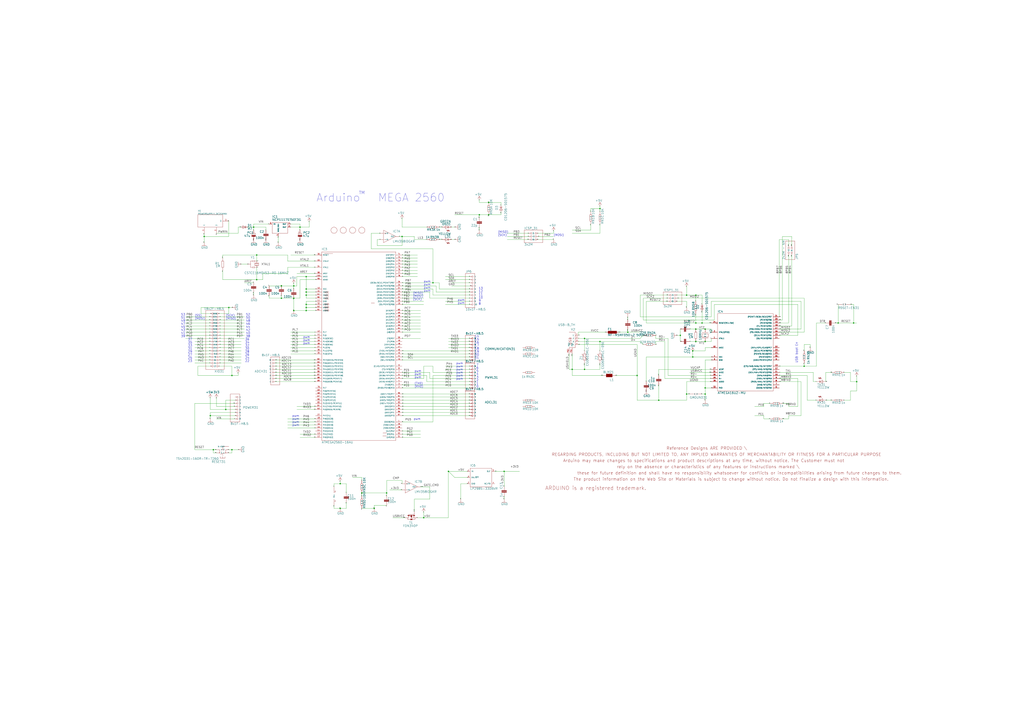
<source format=kicad_sch>
(kicad_sch (version 20230121) (generator eeschema)
  (paper "A1")
  (title_block (title "Arduino_MEGA_2560-Rev3.sch") (date "17 JAN 2018") (rev "1.0") (company "Converted to KiCad by Prof. Mayhem"))
  (junction (at 401.32 166.37))
  (junction (at 523.24 308.61))
  (junction (at 187.96 252.73))
  (junction (at 279.4 417.83))
  (junction (at 190.5 308.61))
  (junction (at 251.46 240.03))
  (junction (at 701.04 265.43))
  (junction (at 251.46 227.33))
  (junction (at 541.02 328.93))
  (junction (at 172.72 341.63))
  (junction (at 515.62 273.05))
  (junction (at 571.5 265.43))
  (junction (at 167.64 194.31))
  (junction (at 703.58 313.69))
  (junction (at 563.88 323.85))
  (junction (at 246.38 186.69))
  (junction (at 330.2 194.31))
  (junction (at 576.58 265.43))
  (junction (at 231.14 245.11))
  (junction (at 241.3 234.95))
  (junction (at 579.12 270.51))
  (junction (at 175.26 369.57))
  (junction (at 251.46 250.19))
  (junction (at 231.14 234.95))
  (junction (at 208.28 186.69))
  (junction (at 251.46 242.57))
  (junction (at 492.76 171.45))
  (junction (at 469.9 303.53))
  (junction (at 307.34 417.83))
  (junction (at 210.82 229.87))
  (junction (at 480.06 278.13))
  (junction (at 568.96 288.29))
  (junction (at 355.6 232.41))
  (junction (at 393.7 176.53))
  (junction (at 558.8 275.59))
  (junction (at 568.96 293.37))
  (junction (at 368.3 387.35))
  (junction (at 279.4 397.51))
  (junction (at 492.76 280.67))
  (junction (at 251.46 237.49))
  (junction (at 579.12 323.85))
  (junction (at 563.88 242.57))
  (junction (at 297.18 405.13))
  (junction (at 660.4 300.99))
  (junction (at 571.5 280.67))
  (junction (at 251.46 252.73))
  (junction (at 241.3 255.27))
  (junction (at 571.5 242.57))
  (junction (at 571.5 270.51))
  (junction (at 480.06 303.53))
  (junction (at 317.5 405.13))
  (junction (at 401.32 176.53))
  (junction (at 414.02 387.35))
  (junction (at 190.5 369.57))
  (junction (at 579.12 318.77))
  (junction (at 210.82 209.55))
  (junction (at 347.98 425.45))
  (junction (at 185.42 336.55))
  (junction (at 579.12 280.67))
  (junction (at 251.46 255.27))
  (junction (at 688.34 265.43))
  (junction (at 241.3 245.11))
  (wire (pts (xy 259.08 247.65) (xy 251.46 247.65)))
  (wire (pts (xy 243.84 227.33) (xy 251.46 227.33)))
  (wire (pts (xy 386.08 306.07) (xy 355.6 306.07)))
  (wire (pts (xy 330.2 201.93) (xy 330.2 194.31)))
  (wire (pts (xy 571.5 280.67) (xy 579.12 280.67)))
  (wire (pts (xy 342.9 214.63) (xy 330.2 214.63)))
  (wire (pts (xy 571.5 242.57) (xy 576.58 242.57)))
  (wire (pts (xy 238.76 184.15) (xy 246.38 184.15)))
  (wire (pts (xy 358.14 240.03) (xy 358.14 234.95)))
  (wire (pts (xy 480.06 288.29) (xy 480.06 278.13)))
  (wire (pts (xy 309.88 201.93) (xy 330.2 201.93)))
  (wire (pts (xy 416.56 191.77) (xy 434.34 191.77)))
  (wire (pts (xy 243.84 336.55) (xy 259.08 336.55)))
  (wire (pts (xy 632.46 331.47) (xy 627.38 331.47)))
  (wire (pts (xy 345.44 267.97) (xy 330.2 267.97)))
  (wire (pts (xy 662.94 328.93) (xy 670.56 328.93)))
  (wire (pts (xy 642.62 344.17) (xy 647.7 344.17)))
  (wire (pts (xy 523.24 328.93) (xy 541.02 328.93)))
  (wire (pts (xy 251.46 237.49) (xy 251.46 240.03)))
  (wire (pts (xy 688.34 265.43) (xy 701.04 265.43)))
  (wire (pts (xy 185.42 336.55) (xy 193.04 336.55)))
  (wire (pts (xy 208.28 242.57) (xy 208.28 240.03)))
  (wire (pts (xy 259.08 285.75) (xy 238.76 285.75)))
  (wire (pts (xy 180.34 283.21) (xy 198.12 283.21)))
  (wire (pts (xy 525.78 278.13) (xy 528.32 275.59)))
  (wire (pts (xy 619.76 334.01) (xy 627.38 334.01)))
  (wire (pts (xy 243.84 234.95) (xy 243.84 227.33)))
  (wire (pts (xy 584.2 247.65) (xy 584.2 260.35)))
  (wire (pts (xy 576.58 255.27) (xy 576.58 265.43)))
  (wire (pts (xy 160.02 290.83) (xy 172.72 290.83)))
  (wire (pts (xy 584.2 260.35) (xy 525.78 260.35)))
  (wire (pts (xy 434.34 196.85) (xy 416.56 196.85)))
  (wire (pts (xy 469.9 290.83) (xy 469.9 303.53)))
  (wire (pts (xy 571.5 265.43) (xy 576.58 265.43)))
  (wire (pts (xy 655.32 334.01) (xy 647.7 334.01)))
  (wire (pts (xy 187.96 252.73) (xy 190.5 252.73)))
  (wire (pts (xy 180.34 275.59) (xy 200.66 275.59)))
  (wire (pts (xy 530.86 247.65) (xy 548.64 247.65)))
  (wire (pts (xy 353.06 240.03) (xy 353.06 245.11)))
  (wire (pts (xy 576.58 242.57) (xy 576.58 250.19)))
  (wire (pts (xy 563.88 242.57) (xy 571.5 242.57)))
  (wire (pts (xy 655.32 275.59) (xy 655.32 250.19)))
  (wire (pts (xy 160.02 331.47) (xy 193.04 331.47)))
  (wire (pts (xy 340.36 194.31) (xy 340.36 196.85)))
  (wire (pts (xy 241.3 245.11) (xy 241.3 255.27)))
  (wire (pts (xy 236.22 219.71) (xy 236.22 224.79)))
  (wire (pts (xy 386.08 318.77) (xy 330.2 318.77)))
  (wire (pts (xy 330.2 394.97) (xy 317.5 394.97)))
  (wire (pts (xy 347.98 242.57) (xy 330.2 242.57)))
  (wire (pts (xy 350.52 308.61) (xy 350.52 313.69)))
  (wire (pts (xy 172.72 300.99) (xy 162.56 300.99)))
  (wire (pts (xy 182.88 209.55) (xy 210.82 209.55)))
  (wire (pts (xy 662.94 308.61) (xy 640.08 308.61)))
  (wire (pts (xy 259.08 219.71) (xy 236.22 219.71)))
  (wire (pts (xy 642.62 262.89) (xy 642.62 194.31)))
  (wire (pts (xy 187.96 252.73) (xy 187.96 257.81)))
  (wire (pts (xy 386.08 250.19) (xy 365.76 250.19)))
  (wire (pts (xy 566.42 280.67) (xy 571.5 280.67)))
  (wire (pts (xy 165.1 252.73) (xy 187.96 252.73)))
  (wire (pts (xy 474.98 278.13) (xy 480.06 278.13)))
  (wire (pts (xy 454.66 196.85) (xy 441.96 196.85)))
  (wire (pts (xy 259.08 240.03) (xy 251.46 240.03)))
  (wire (pts (xy 670.56 265.43) (xy 678.18 265.43)))
  (wire (pts (xy 660.4 273.05) (xy 660.4 245.11)))
  (wire (pts (xy 279.4 397.51) (xy 284.48 397.51)))
  (wire (pts (xy 180.34 295.91) (xy 198.12 295.91)))
  (wire (pts (xy 386.08 336.55) (xy 330.2 336.55)))
  (wire (pts (xy 274.32 417.83) (xy 279.4 417.83)))
  (wire (pts (xy 231.14 242.57) (xy 231.14 245.11)))
  (wire (pts (xy 368.3 425.45) (xy 368.3 387.35)))
  (wire (pts (xy 172.72 285.75) (xy 160.02 285.75)))
  (wire (pts (xy 523.24 308.61) (xy 523.24 328.93)))
  (wire (pts (xy 345.44 260.35) (xy 330.2 260.35)))
  (wire (pts (xy 530.86 265.43) (xy 571.5 265.43)))
  (wire (pts (xy 492.76 303.53) (xy 492.76 298.45)))
  (wire (pts (xy 355.6 204.47) (xy 304.8 204.47)))
  (wire (pts (xy 647.7 265.43) (xy 640.08 265.43)))
  (wire (pts (xy 515.62 262.89) (xy 515.62 260.35)))
  (wire (pts (xy 342.9 222.25) (xy 330.2 222.25)))
  (wire (pts (xy 274.32 397.51) (xy 279.4 397.51)))
  (wire (pts (xy 274.32 397.51) (xy 274.32 400.05)))
  (wire (pts (xy 254 186.69) (xy 254 181.61)))
  (wire (pts (xy 190.5 372.11) (xy 190.5 369.57)))
  (wire (pts (xy 195.58 186.69) (xy 198.12 186.69)))
  (wire (pts (xy 215.9 229.87) (xy 215.9 224.79)))
  (wire (pts (xy 259.08 252.73) (xy 251.46 252.73)))
  (wire (pts (xy 246.38 184.15) (xy 246.38 186.69)))
  (wire (pts (xy 330.2 240.03) (xy 353.06 240.03)))
  (wire (pts (xy 640.08 300.99) (xy 660.4 300.99)))
  (wire (pts (xy 350.52 308.61) (xy 330.2 308.61)))
  (wire (pts (xy 304.8 204.47) (xy 304.8 191.77)))
  (wire (pts (xy 480.06 278.13) (xy 525.78 278.13)))
  (wire (pts (xy 345.44 278.13) (xy 330.2 278.13)))
  (wire (pts (xy 373.38 196.85) (xy 370.84 196.85)))
  (wire (pts (xy 642.62 331.47) (xy 647.7 331.47)))
  (wire (pts (xy 342.9 425.45) (xy 347.98 425.45)))
  (wire (pts (xy 703.58 321.31) (xy 698.5 321.31)))
  (wire (pts (xy 640.08 273.05) (xy 660.4 273.05)))
  (wire (pts (xy 330.2 339.09) (xy 386.08 339.09)))
  (wire (pts (xy 485.14 189.23) (xy 485.14 184.15)))
  (wire (pts (xy 198.12 280.67) (xy 180.34 280.67)))
  (wire (pts (xy 469.9 308.61) (xy 495.3 308.61)))
  (wire (pts (xy 259.08 280.67) (xy 238.76 280.67)))
  (wire (pts (xy 685.8 265.43) (xy 688.34 265.43)))
  (wire (pts (xy 198.12 290.83) (xy 180.34 290.83)))
  (wire (pts (xy 345.44 257.81) (xy 330.2 257.81)))
  (wire (pts (xy 563.88 247.65) (xy 563.88 252.73)))
  (wire (pts (xy 586.74 262.89) (xy 528.32 262.89)))
  (wire (pts (xy 474.98 280.67) (xy 492.76 280.67)))
  (wire (pts (xy 467.36 303.53) (xy 467.36 290.83)))
  (wire (pts (xy 330.2 227.33) (xy 342.9 227.33)))
  (wire (pts (xy 548.64 278.13) (xy 548.64 308.61)))
  (wire (pts (xy 563.88 323.85) (xy 563.88 313.69)))
  (wire (pts (xy 655.32 250.19) (xy 586.74 250.19)))
  (wire (pts (xy 386.08 227.33) (xy 365.76 227.33)))
  (wire (pts (xy 241.3 245.11) (xy 246.38 245.11)))
  (wire (pts (xy 383.54 397.51) (xy 378.46 397.51)))
  (wire (pts (xy 584.2 308.61) (xy 548.64 308.61)))
  (wire (pts (xy 485.14 189.23) (xy 469.9 189.23)))
  (wire (pts (xy 330.2 402.59) (xy 320.04 402.59)))
  (wire (pts (xy 571.5 242.57) (xy 571.5 247.65)))
  (wire (pts (xy 172.72 273.05) (xy 152.4 273.05)))
  (wire (pts (xy 218.44 186.69) (xy 218.44 189.23)))
  (wire (pts (xy 210.82 214.63) (xy 210.82 209.55)))
  (wire (pts (xy 187.96 372.11) (xy 190.5 372.11)))
  (wire (pts (xy 347.98 247.65) (xy 330.2 247.65)))
  (wire (pts (xy 378.46 397.51) (xy 378.46 410.21)))
  (wire (pts (xy 185.42 328.93) (xy 185.42 336.55)))
  (wire (pts (xy 167.64 191.77) (xy 167.64 194.31)))
  (wire (pts (xy 657.86 341.63) (xy 657.86 313.69)))
  (wire (pts (xy 386.08 303.53) (xy 365.76 303.53)))
  (wire (pts (xy 657.86 247.65) (xy 584.2 247.65)))
  (wire (pts (xy 538.48 275.59) (xy 538.48 278.13)))
  (wire (pts (xy 279.4 394.97) (xy 279.4 397.51)))
  (wire (pts (xy 345.44 356.87) (xy 330.2 356.87)))
  (wire (pts (xy 307.34 417.83) (xy 307.34 415.29)))
  (wire (pts (xy 579.12 318.77) (xy 579.12 323.85)))
  (wire (pts (xy 172.72 288.29) (xy 160.02 288.29)))
  (wire (pts (xy 251.46 245.11) (xy 259.08 245.11)))
  (wire (pts (xy 353.06 400.05) (xy 353.06 410.21)))
  (wire (pts (xy 226.06 303.53) (xy 259.08 303.53)))
  (wire (pts (xy 236.22 351.79) (xy 259.08 351.79)))
  (wire (pts (xy 480.06 303.53) (xy 480.06 298.45)))
  (wire (pts (xy 340.36 410.21) (xy 340.36 420.37)))
  (wire (pts (xy 246.38 186.69) (xy 246.38 189.23)))
  (wire (pts (xy 322.58 425.45) (xy 332.74 425.45)))
  (wire (pts (xy 172.72 265.43) (xy 152.4 265.43)))
  (wire (pts (xy 467.36 303.53) (xy 469.9 303.53)))
  (wire (pts (xy 523.24 283.21) (xy 523.24 308.61)))
  (wire (pts (xy 210.82 209.55) (xy 236.22 209.55)))
  (wire (pts (xy 226.06 295.91) (xy 259.08 295.91)))
  (wire (pts (xy 172.72 257.81) (xy 165.1 257.81)))
  (wire (pts (xy 297.18 405.13) (xy 297.18 407.67)))
  (wire (pts (xy 259.08 275.59) (xy 238.76 275.59)))
  (wire (pts (xy 259.08 250.19) (xy 251.46 250.19)))
  (wire (pts (xy 251.46 240.03) (xy 251.46 242.57)))
  (wire (pts (xy 167.64 194.31) (xy 167.64 199.39)))
  (wire (pts (xy 386.08 288.29) (xy 330.2 288.29)))
  (wire (pts (xy 530.86 293.37) (xy 568.96 293.37)))
  (wire (pts (xy 355.6 300.99) (xy 347.98 300.99)))
  (wire (pts (xy 584.2 318.77) (xy 579.12 318.77)))
  (wire (pts (xy 180.34 288.29) (xy 198.12 288.29)))
  (wire (pts (xy 330.2 232.41) (xy 355.6 232.41)))
  (wire (pts (xy 393.7 166.37) (xy 393.7 163.83)))
  (wire (pts (xy 251.46 242.57) (xy 251.46 245.11)))
  (wire (pts (xy 640.08 311.15) (xy 655.32 311.15)))
  (wire (pts (xy 558.8 275.59) (xy 558.8 280.67)))
  (wire (pts (xy 698.5 250.19) (xy 701.04 250.19)))
  (wire (pts (xy 345.44 359.41) (xy 330.2 359.41)))
  (wire (pts (xy 441.96 194.31) (xy 454.66 194.31)))
  (wire (pts (xy 172.72 298.45) (xy 160.02 298.45)))
  (wire (pts (xy 657.86 313.69) (xy 640.08 313.69)))
  (wire (pts (xy 660.4 298.45) (xy 660.4 300.99)))
  (wire (pts (xy 317.5 405.13) (xy 317.5 407.67)))
  (wire (pts (xy 647.7 344.17) (xy 647.7 341.63)))
  (wire (pts (xy 683.26 306.07) (xy 678.18 306.07)))
  (wire (pts (xy 340.36 196.85) (xy 350.52 196.85)))
  (wire (pts (xy 584.2 280.67) (xy 584.2 278.13)))
  (wire (pts (xy 172.72 336.55) (xy 172.72 326.39)))
  (wire (pts (xy 220.98 234.95) (xy 231.14 234.95)))
  (wire (pts (xy 342.9 224.79) (xy 330.2 224.79)))
  (wire (pts (xy 698.5 306.07) (xy 698.5 313.69)))
  (wire (pts (xy 701.04 265.43) (xy 703.58 265.43)))
  (wire (pts (xy 236.22 224.79) (xy 215.9 224.79)))
  (wire (pts (xy 640.08 262.89) (xy 642.62 262.89)))
  (wire (pts (xy 347.98 245.11) (xy 330.2 245.11)))
  (wire (pts (xy 231.14 234.95) (xy 241.3 234.95)))
  (wire (pts (xy 330.2 334.01) (xy 386.08 334.01)))
  (wire (pts (xy 688.34 250.19) (xy 688.34 265.43)))
  (wire (pts (xy 172.72 341.63) (xy 172.72 344.17)))
  (wire (pts (xy 195.58 191.77) (xy 195.58 186.69)))
  (wire (pts (xy 180.34 293.37) (xy 198.12 293.37)))
  (wire (pts (xy 538.48 283.21) (xy 538.48 280.67)))
  (wire (pts (xy 172.72 339.09) (xy 172.72 341.63)))
  (wire (pts (xy 411.48 166.37) (xy 411.48 168.91)))
  (wire (pts (xy 347.98 250.19) (xy 330.2 250.19)))
  (wire (pts (xy 386.08 290.83) (xy 330.2 290.83)))
  (wire (pts (xy 657.86 270.51) (xy 657.86 247.65)))
  (wire (pts (xy 360.68 237.49) (xy 386.08 237.49)))
  (wire (pts (xy 665.48 285.75) (xy 665.48 283.21)))
  (wire (pts (xy 386.08 331.47) (xy 330.2 331.47)))
  (wire (pts (xy 414.02 407.67) (xy 414.02 410.21)))
  (wire (pts (xy 525.78 280.67) (xy 528.32 283.21)))
  (wire (pts (xy 579.12 280.67) (xy 584.2 280.67)))
  (wire (pts (xy 668.02 313.69) (xy 670.56 313.69)))
  (wire (pts (xy 180.34 278.13) (xy 200.66 278.13)))
  (wire (pts (xy 167.64 194.31) (xy 187.96 194.31)))
  (wire (pts (xy 480.06 303.53) (xy 492.76 303.53)))
  (wire (pts (xy 386.08 295.91) (xy 330.2 295.91)))
  (wire (pts (xy 317.5 394.97) (xy 317.5 405.13)))
  (wire (pts (xy 386.08 232.41) (xy 370.84 232.41)))
  (wire (pts (xy 330.2 397.51) (xy 330.2 394.97)))
  (wire (pts (xy 193.04 334.01) (xy 177.8 334.01)))
  (wire (pts (xy 469.9 303.53) (xy 469.9 308.61)))
  (wire (pts (xy 538.48 278.13) (xy 548.64 278.13)))
  (wire (pts (xy 368.3 387.35) (xy 383.54 387.35)))
  (wire (pts (xy 330.2 326.39) (xy 386.08 326.39)))
  (wire (pts (xy 454.66 191.77) (xy 441.96 191.77)))
  (wire (pts (xy 251.46 237.49) (xy 259.08 237.49)))
  (wire (pts (xy 355.6 232.41) (xy 360.68 232.41)))
  (wire (pts (xy 355.6 346.71) (xy 355.6 308.61)))
  (wire (pts (xy 386.08 242.57) (xy 355.6 242.57)))
  (wire (pts (xy 172.72 278.13) (xy 152.4 278.13)))
  (wire (pts (xy 563.88 242.57) (xy 563.88 234.95)))
  (wire (pts (xy 279.4 417.83) (xy 284.48 417.83)))
  (wire (pts (xy 162.56 308.61) (xy 190.5 308.61)))
  (wire (pts (xy 508 273.05) (xy 515.62 273.05)))
  (wire (pts (xy 259.08 298.45) (xy 226.06 298.45)))
  (wire (pts (xy 528.32 262.89) (xy 528.32 245.11)))
  (wire (pts (xy 640.08 306.07) (xy 668.02 306.07)))
  (wire (pts (xy 401.32 166.37) (xy 411.48 166.37)))
  (wire (pts (xy 342.9 217.17) (xy 330.2 217.17)))
  (wire (pts (xy 586.74 250.19) (xy 586.74 262.89)))
  (wire (pts (xy 238.76 288.29) (xy 259.08 288.29)))
  (wire (pts (xy 238.76 283.21) (xy 259.08 283.21)))
  (wire (pts (xy 236.22 214.63) (xy 259.08 214.63)))
  (wire (pts (xy 172.72 336.55) (xy 185.42 336.55)))
  (wire (pts (xy 703.58 313.69) (xy 703.58 321.31)))
  (wire (pts (xy 373.38 176.53) (xy 393.7 176.53)))
  (wire (pts (xy 515.62 273.05) (xy 525.78 273.05)))
  (wire (pts (xy 406.4 387.35) (xy 414.02 387.35)))
  (wire (pts (xy 172.72 295.91) (xy 160.02 295.91)))
  (wire (pts (xy 660.4 283.21) (xy 665.48 283.21)))
  (wire (pts (xy 546.1 311.15) (xy 584.2 311.15)))
  (wire (pts (xy 515.62 273.05) (xy 515.62 270.51)))
  (wire (pts (xy 297.18 417.83) (xy 307.34 417.83)))
  (wire (pts (xy 492.76 184.15) (xy 492.76 191.77)))
  (wire (pts (xy 226.06 308.61) (xy 259.08 308.61)))
  (wire (pts (xy 393.7 166.37) (xy 401.32 166.37)))
  (wire (pts (xy 584.2 303.53) (xy 541.02 303.53)))
  (wire (pts (xy 345.44 400.05) (xy 353.06 400.05)))
  (wire (pts (xy 698.5 313.69) (xy 703.58 313.69)))
  (wire (pts (xy 238.76 209.55) (xy 259.08 209.55)))
  (wire (pts (xy 172.72 262.89) (xy 152.4 262.89)))
  (wire (pts (xy 347.98 311.15) (xy 330.2 311.15)))
  (wire (pts (xy 693.42 328.93) (xy 698.5 328.93)))
  (wire (pts (xy 632.46 344.17) (xy 627.38 344.17)))
  (wire (pts (xy 182.88 229.87) (xy 182.88 222.25)))
  (wire (pts (xy 492.76 288.29) (xy 492.76 280.67)))
  (wire (pts (xy 563.88 313.69) (xy 584.2 313.69)))
  (wire (pts (xy 289.56 392.43) (xy 297.18 392.43)))
  (wire (pts (xy 579.12 323.85) (xy 579.12 328.93)))
  (wire (pts (xy 584.2 270.51) (xy 584.2 273.05)))
  (wire (pts (xy 355.6 346.71) (xy 330.2 346.71)))
  (wire (pts (xy 238.76 186.69) (xy 246.38 186.69)))
  (wire (pts (xy 236.22 344.17) (xy 259.08 344.17)))
  (wire (pts (xy 182.88 212.09) (xy 182.88 209.55)))
  (wire (pts (xy 579.12 295.91) (xy 579.12 318.77)))
  (wire (pts (xy 177.8 191.77) (xy 195.58 191.77)))
  (wire (pts (xy 312.42 196.85) (xy 309.88 196.85)))
  (wire (pts (xy 434.34 194.31) (xy 416.56 194.31)))
  (wire (pts (xy 568.96 288.29) (xy 579.12 288.29)))
  (wire (pts (xy 386.08 293.37) (xy 330.2 293.37)))
  (wire (pts (xy 355.6 306.07) (xy 355.6 300.99)))
  (wire (pts (xy 386.08 278.13) (xy 368.3 278.13)))
  (wire (pts (xy 386.08 341.63) (xy 330.2 341.63)))
  (wire (pts (xy 556.26 247.65) (xy 563.88 247.65)))
  (wire (pts (xy 556.26 275.59) (xy 558.8 275.59)))
  (wire (pts (xy 193.04 328.93) (xy 185.42 328.93)))
  (wire (pts (xy 647.7 331.47) (xy 647.7 334.01)))
  (wire (pts (xy 160.02 369.57) (xy 160.02 331.47)))
  (wire (pts (xy 576.58 265.43) (xy 584.2 265.43)))
  (wire (pts (xy 251.46 227.33) (xy 259.08 227.33)))
  (wire (pts (xy 165.1 257.81) (xy 165.1 252.73)))
  (wire (pts (xy 236.22 349.25) (xy 259.08 349.25)))
  (wire (pts (xy 558.8 270.51) (xy 558.8 275.59)))
  (wire (pts (xy 660.4 300.99) (xy 670.56 300.99)))
  (wire (pts (xy 355.6 242.57) (xy 355.6 237.49)))
  (wire (pts (xy 525.78 242.57) (xy 548.64 242.57)))
  (wire (pts (xy 660.4 288.29) (xy 660.4 283.21)))
  (wire (pts (xy 200.66 273.05) (xy 180.34 273.05)))
  (wire (pts (xy 627.38 341.63) (xy 619.76 341.63)))
  (wire (pts (xy 208.28 184.15) (xy 208.28 186.69)))
  (wire (pts (xy 304.8 191.77) (xy 312.42 191.77)))
  (wire (pts (xy 365.76 229.87) (xy 386.08 229.87)))
  (wire (pts (xy 241.3 232.41) (xy 241.3 234.95)))
  (wire (pts (xy 568.96 293.37) (xy 568.96 288.29)))
  (wire (pts (xy 474.98 273.05) (xy 497.84 273.05)))
  (wire (pts (xy 355.6 204.47) (xy 355.6 232.41)))
  (wire (pts (xy 187.96 257.81) (xy 180.34 257.81)))
  (wire (pts (xy 411.48 176.53) (xy 411.48 173.99)))
  (wire (pts (xy 330.2 234.95) (xy 358.14 234.95)))
  (wire (pts (xy 505.46 308.61) (xy 523.24 308.61)))
  (wire (pts (xy 177.8 334.01) (xy 177.8 326.39)))
  (wire (pts (xy 650.24 194.31) (xy 650.24 201.93)))
  (wire (pts (xy 180.34 267.97) (xy 200.66 267.97)))
  (wire (pts (xy 492.76 280.67) (xy 525.78 280.67)))
  (wire (pts (xy 668.02 306.07) (xy 668.02 313.69)))
  (wire (pts (xy 180.34 265.43) (xy 200.66 265.43)))
  (wire (pts (xy 655.32 311.15) (xy 655.32 334.01)))
  (wire (pts (xy 180.34 270.51) (xy 200.66 270.51)))
  (wire (pts (xy 259.08 229.87) (xy 246.38 229.87)))
  (wire (pts (xy 297.18 392.43) (xy 297.18 394.97)))
  (wire (pts (xy 259.08 290.83) (xy 238.76 290.83)))
  (wire (pts (xy 368.3 283.21) (xy 386.08 283.21)))
  (wire (pts (xy 363.22 186.69) (xy 360.68 186.69)))
  (wire (pts (xy 541.02 303.53) (xy 541.02 308.61)))
  (wire (pts (xy 208.28 186.69) (xy 218.44 186.69)))
  (wire (pts (xy 284.48 417.83) (xy 284.48 412.75)))
  (wire (pts (xy 172.72 293.37) (xy 160.02 293.37)))
  (wire (pts (xy 538.48 280.67) (xy 546.1 280.67)))
  (wire (pts (xy 556.26 242.57) (xy 563.88 242.57)))
  (wire (pts (xy 175.26 369.57) (xy 175.26 372.11)))
  (wire (pts (xy 647.7 341.63) (xy 657.86 341.63)))
  (wire (pts (xy 241.3 255.27) (xy 251.46 255.27)))
  (wire (pts (xy 342.9 219.71) (xy 330.2 219.71)))
  (wire (pts (xy 330.2 179.07) (xy 330.2 186.69)))
  (wire (pts (xy 246.38 356.87) (xy 259.08 356.87)))
  (wire (pts (xy 243.84 334.01) (xy 259.08 334.01)))
  (wire (pts (xy 365.76 247.65) (xy 386.08 247.65)))
  (wire (pts (xy 469.9 303.53) (xy 480.06 303.53)))
  (wire (pts (xy 208.28 232.41) (xy 200.66 232.41)))
  (wire (pts (xy 246.38 359.41) (xy 259.08 359.41)))
  (wire (pts (xy 345.44 273.05) (xy 330.2 273.05)))
  (wire (pts (xy 162.56 300.99) (xy 162.56 308.61)))
  (wire (pts (xy 647.7 209.55) (xy 647.7 265.43)))
  (wire (pts (xy 220.98 245.11) (xy 231.14 245.11)))
  (wire (pts (xy 393.7 176.53) (xy 401.32 176.53)))
  (wire (pts (xy 414.02 387.35) (xy 414.02 400.05)))
  (wire (pts (xy 576.58 323.85) (xy 579.12 323.85)))
  (wire (pts (xy 172.72 275.59) (xy 152.4 275.59)))
  (wire (pts (xy 523.24 283.21) (xy 474.98 283.21)))
  (wire (pts (xy 317.5 405.13) (xy 297.18 405.13)))
  (wire (pts (xy 640.08 267.97) (xy 650.24 267.97)))
  (wire (pts (xy 251.46 247.65) (xy 251.46 250.19)))
  (wire (pts (xy 355.6 308.61) (xy 386.08 308.61)))
  (wire (pts (xy 647.7 196.85) (xy 640.08 196.85)))
  (wire (pts (xy 474.98 275.59) (xy 474.98 273.05)))
  (wire (pts (xy 200.66 262.89) (xy 180.34 262.89)))
  (wire (pts (xy 485.14 173.99) (xy 485.14 171.45)))
  (wire (pts (xy 347.98 300.99) (xy 347.98 311.15)))
  (wire (pts (xy 640.08 275.59) (xy 655.32 275.59)))
  (wire (pts (xy 347.98 425.45) (xy 368.3 425.45)))
  (wire (pts (xy 640.08 196.85) (xy 640.08 260.35)))
  (wire (pts (xy 195.58 308.61) (xy 195.58 306.07)))
  (wire (pts (xy 259.08 300.99) (xy 226.06 300.99)))
  (wire (pts (xy 190.5 300.99) (xy 180.34 300.99)))
  (wire (pts (xy 492.76 168.91) (xy 492.76 171.45)))
  (wire (pts (xy 172.72 270.51) (xy 152.4 270.51)))
  (wire (pts (xy 698.5 328.93) (xy 698.5 321.31)))
  (wire (pts (xy 650.24 267.97) (xy 650.24 209.55)))
  (wire (pts (xy 373.38 186.69) (xy 370.84 186.69)))
  (wire (pts (xy 251.46 227.33) (xy 251.46 237.49)))
  (wire (pts (xy 640.08 270.51) (xy 657.86 270.51)))
  (wire (pts (xy 228.6 194.31) (xy 228.6 199.39)))
  (wire (pts (xy 386.08 323.85) (xy 330.2 323.85)))
  (wire (pts (xy 566.42 270.51) (xy 571.5 270.51)))
  (wire (pts (xy 546.1 280.67) (xy 546.1 311.15)))
  (wire (pts (xy 662.94 328.93) (xy 662.94 308.61)))
  (wire (pts (xy 703.58 308.61) (xy 703.58 313.69)))
  (wire (pts (xy 678.18 306.07) (xy 678.18 313.69)))
  (wire (pts (xy 210.82 229.87) (xy 215.9 229.87)))
  (wire (pts (xy 284.48 397.51) (xy 284.48 405.13)))
  (wire (pts (xy 647.7 201.93) (xy 647.7 196.85)))
  (wire (pts (xy 541.02 316.23) (xy 541.02 328.93)))
  (wire (pts (xy 345.44 262.89) (xy 330.2 262.89)))
  (wire (pts (xy 670.56 300.99) (xy 670.56 265.43)))
  (wire (pts (xy 190.5 308.61) (xy 190.5 300.99)))
  (wire (pts (xy 563.88 328.93) (xy 563.88 323.85)))
  (wire (pts (xy 373.38 392.43) (xy 383.54 392.43)))
  (wire (pts (xy 627.38 331.47) (xy 627.38 334.01)))
  (wire (pts (xy 172.72 260.35) (xy 152.4 260.35)))
  (wire (pts (xy 350.52 313.69) (xy 386.08 313.69)))
  (wire (pts (xy 360.68 232.41) (xy 360.68 237.49)))
  (wire (pts (xy 203.2 186.69) (xy 208.28 186.69)))
  (wire (pts (xy 187.96 194.31) (xy 187.96 181.61)))
  (wire (pts (xy 353.06 311.15) (xy 353.06 306.07)))
  (wire (pts (xy 414.02 387.35) (xy 426.72 387.35)))
  (wire (pts (xy 579.12 288.29) (xy 579.12 285.75)))
  (wire (pts (xy 231.14 245.11) (xy 241.3 245.11)))
  (wire (pts (xy 342.9 209.55) (xy 330.2 209.55)))
  (wire (pts (xy 251.46 252.73) (xy 251.46 255.27)))
  (wire (pts (xy 187.96 369.57) (xy 190.5 369.57)))
  (wire (pts (xy 492.76 171.45) (xy 492.76 173.99)))
  (wire (pts (xy 274.32 417.83) (xy 274.32 415.29)))
  (wire (pts (xy 368.3 280.67) (xy 386.08 280.67)))
  (wire (pts (xy 353.06 245.11) (xy 386.08 245.11)))
  (wire (pts (xy 193.04 339.09) (xy 172.72 339.09)))
  (wire (pts (xy 190.5 308.61) (xy 195.58 308.61)))
  (wire (pts (xy 584.2 295.91) (xy 579.12 295.91)))
  (wire (pts (xy 642.62 194.31) (xy 650.24 194.31)))
  (wire (pts (xy 180.34 298.45) (xy 198.12 298.45)))
  (wire (pts (xy 238.76 278.13) (xy 259.08 278.13)))
  (wire (pts (xy 579.12 285.75) (xy 584.2 285.75)))
  (wire (pts (xy 259.08 306.07) (xy 226.06 306.07)))
  (wire (pts (xy 386.08 300.99) (xy 365.76 300.99)))
  (wire (pts (xy 259.08 224.79) (xy 243.84 224.79)))
  (wire (pts (xy 345.44 354.33) (xy 330.2 354.33)))
  (wire (pts (xy 175.26 372.11) (xy 177.8 372.11)))
  (wire (pts (xy 579.12 270.51) (xy 584.2 270.51)))
  (wire (pts (xy 530.86 293.37) (xy 530.86 313.69)))
  (wire (pts (xy 182.88 229.87) (xy 210.82 229.87)))
  (wire (pts (xy 259.08 242.57) (xy 251.46 242.57)))
  (wire (pts (xy 246.38 229.87) (xy 246.38 245.11)))
  (wire (pts (xy 236.22 209.55) (xy 236.22 214.63)))
  (wire (pts (xy 330.2 194.31) (xy 340.36 194.31)))
  (wire (pts (xy 386.08 316.23) (xy 330.2 316.23)))
  (wire (pts (xy 363.22 196.85) (xy 360.68 196.85)))
  (wire (pts (xy 307.34 415.29) (xy 317.5 415.29)))
  (wire (pts (xy 190.5 369.57) (xy 195.58 369.57)))
  (wire (pts (xy 568.96 293.37) (xy 584.2 293.37)))
  (wire (pts (xy 330.2 237.49) (xy 355.6 237.49)))
  (wire (pts (xy 172.72 283.21) (xy 160.02 283.21)))
  (wire (pts (xy 220.98 184.15) (xy 208.28 184.15)))
  (wire (pts (xy 541.02 328.93) (xy 563.88 328.93)))
  (wire (pts (xy 241.3 234.95) (xy 243.84 234.95)))
  (wire (pts (xy 246.38 186.69) (xy 254 186.69)))
  (wire (pts (xy 660.4 245.11) (xy 556.26 245.11)))
  (wire (pts (xy 345.44 270.51) (xy 330.2 270.51)))
  (wire (pts (xy 347.98 425.45) (xy 347.98 420.37)))
  (wire (pts (xy 693.42 306.07) (xy 698.5 306.07)))
  (wire (pts (xy 330.2 186.69) (xy 350.52 186.69)))
  (wire (pts (xy 210.82 229.87) (xy 210.82 219.71)))
  (wire (pts (xy 492.76 191.77) (xy 469.9 191.77)))
  (wire (pts (xy 566.42 306.07) (xy 584.2 306.07)))
  (wire (pts (xy 571.5 257.81) (xy 571.5 265.43)))
  (wire (pts (xy 353.06 306.07) (xy 330.2 306.07)))
  (wire (pts (xy 160.02 280.67) (xy 172.72 280.67)))
  (wire (pts (xy 368.3 285.75) (xy 386.08 285.75)))
  (wire (pts (xy 566.42 323.85) (xy 563.88 323.85)))
  (wire (pts (xy 220.98 245.11) (xy 220.98 242.57)))
  (wire (pts (xy 683.26 328.93) (xy 678.18 328.93)))
  (wire (pts (xy 401.32 176.53) (xy 411.48 176.53)))
  (wire (pts (xy 485.14 171.45) (xy 492.76 171.45)))
  (wire (pts (xy 198.12 217.17) (xy 203.2 217.17)))
  (wire (pts (xy 180.34 285.75) (xy 198.12 285.75)))
  (wire (pts (xy 571.5 270.51) (xy 579.12 270.51)))
  (wire (pts (xy 200.66 260.35) (xy 180.34 260.35)))
  (wire (pts (xy 259.08 273.05) (xy 238.76 273.05)))
  (wire (pts (xy 327.66 194.31) (xy 330.2 194.31)))
  (wire (pts (xy 226.06 313.69) (xy 259.08 313.69)))
  (wire (pts (xy 177.8 344.17) (xy 193.04 344.17)))
  (wire (pts (xy 345.44 265.43) (xy 330.2 265.43)))
  (wire (pts (xy 393.7 186.69) (xy 393.7 189.23)))
  (wire (pts (xy 345.44 255.27) (xy 330.2 255.27)))
  (wire (pts (xy 172.72 341.63) (xy 193.04 341.63)))
  (wire (pts (xy 309.88 196.85) (xy 309.88 201.93)))
  (wire (pts (xy 528.32 245.11) (xy 548.64 245.11)))
  (wire (pts (xy 701.04 250.19) (xy 701.04 265.43)))
  (wire (pts (xy 393.7 179.07) (xy 393.7 176.53)))
  (wire (pts (xy 175.26 369.57) (xy 177.8 369.57)))
  (wire (pts (xy 530.86 265.43) (xy 530.86 247.65)))
  (wire (pts (xy 368.3 387.35) (xy 373.38 392.43)))
  (wire (pts (xy 330.2 328.93) (xy 386.08 328.93)))
  (wire (pts (xy 627.38 344.17) (xy 627.38 341.63)))
  (wire (pts (xy 259.08 311.15) (xy 226.06 311.15)))
  (wire (pts (xy 386.08 311.15) (xy 353.06 311.15)))
  (wire (pts (xy 454.66 189.23) (xy 454.66 191.77)))
  (wire (pts (xy 251.46 250.19) (xy 251.46 252.73)))
  (wire (pts (xy 241.3 234.95) (xy 241.3 237.49)))
  (wire (pts (xy 160.02 369.57) (xy 175.26 369.57)))
  (wire (pts (xy 236.22 346.71) (xy 259.08 346.71)))
  (wire (pts (xy 353.06 410.21) (xy 340.36 410.21)))
  (wire (pts (xy 251.46 255.27) (xy 259.08 255.27)))
  (wire (pts (xy 525.78 260.35) (xy 525.78 242.57)))
  (wire (pts (xy 152.4 267.97) (xy 172.72 267.97)))
  (wire (pts (xy 208.28 186.69) (xy 208.28 189.23)))
  (wire (pts (xy 386.08 234.95) (xy 370.84 234.95)))
  (wire (pts (xy 342.9 212.09) (xy 330.2 212.09)))
  (wire (pts (xy 386.08 240.03) (xy 358.14 240.03)))
  (text "4" (at 391.16 308.61 0) (effects (font (size 1.778 1.778)) (justify left bottom)))
  (text "50" (at 201.93 262.255 0) (effects (font (size 1.778 1.778)) (justify left bottom)))
  (text "(MISO)" (at 408.94 191.77 0) (effects (font (size 1.6764 1.6764)) (justify left bottom)))
  (text "Arduino   MEGA 2560" (at 259.715 166.37 0) (effects (font (size 6.4516 6.4516)) (justify left bottom)))
  (text "31" (at 154.305 287.655 0) (effects (font (size 1.778 1.778)) (justify left bottom)))
  (text "pwm" (at 248.92 280.67 0) (effects (font (size 1.6764 1.6764)) (justify left bottom)))
  (text "pwm" (at 340.36 308.61 0) (effects (font (size 1.6764 1.6764)) (justify left bottom)))
  (text "43" (at 148.59 272.415 0) (effects (font (size 1.778 1.778)) (justify left bottom)))
  (text "pwm" (at 374.65 309.88 0) (effects (font (size 1.6764 1.6764)) (justify left bottom)))
  (text "1" (at 391.16 316.23 0) (effects (font (size 1.778 1.778)) (justify left bottom)))
  (text "pwm" (at 240.03 345.44 0) (effects (font (size 1.6764 1.6764)) (justify left bottom)))
  (text "20" (at 389.89 292.735 0) (effects (font (size 1.778 1.778)) (justify left bottom)))
  (text "(MISO)" (at 185.42 262.89 0) (effects (font (size 1.6764 1.6764)) (justify left bottom)))
  (text "19" (at 389.89 290.195 0) (effects (font (size 1.778 1.778)) (justify left bottom)))
  (text "47" (at 148.59 267.335 0) (effects (font (size 1.778 1.778)) (justify left bottom)))
  (text "48" (at 201.93 264.795 0) (effects (font (size 1.778 1.778)) (justify left bottom)))
  (text "53" (at 148.59 259.715 0) (effects (font (size 1.778 1.778)) (justify left bottom)))
  (text "(MOSI)" (at 160.02 262.89 0) (effects (font (size 1.6764 1.6764)) (justify left bottom)))
  (text "37" (at 154.305 280.035 0) (effects (font (size 1.778 1.778)) (justify left bottom)))
  (text "pwm" (at 374.65 312.42 0) (effects (font (size 1.6764 1.6764)) (justify left bottom)))
  (text "pwm" (at 374.65 304.8 0) (effects (font (size 1.6764 1.6764)) (justify left bottom)))
  (text "12" (at 393.065 240.665 0) (effects (font (size 1.778 1.778)) (justify left bottom)))
  (text "16" (at 389.89 282.575 0) (effects (font (size 1.778 1.778)) (justify left bottom)))
  (text "38" (at 201.93 277.495 0) (effects (font (size 1.778 1.778)) (justify left bottom)))
  (text "(MOSI)" (at 339.09 244.475 0) (effects (font (size 1.6764 1.6764)) (justify left bottom)))
  (text "pwm" (at 340.36 311.15 0) (effects (font (size 1.6764 1.6764)) (justify left bottom)))
  (text "28" (at 201.295 290.195 0) (effects (font (size 1.778 1.778)) (justify left bottom)))
  (text "21" (at 389.89 295.275 0) (effects (font (size 1.778 1.778)) (justify left bottom)))
  (text "pwm" (at 347.98 237.49 0) (effects (font (size 1.6764 1.6764)) (justify left bottom)))
  (text "(SS)" (at 160.02 260.35 0) (effects (font (size 1.6764 1.6764)) (justify left bottom)))
  (text "9" (at 393.065 248.285 0) (effects (font (size 1.778 1.778)) (justify left bottom)))
  (text "pwm" (at 374.65 299.72 0) (effects (font (size 1.6764 1.6764)) (justify left bottom)))
  (text "(SCK)" (at 408.94 194.31 0) (effects (font (size 1.6764 1.6764)) (justify left bottom)))
  (text "8" (at 393.065 250.825 0) (effects (font (size 1.778 1.778)) (justify left bottom)))
  (text "36" (at 201.295 280.035 0) (effects (font (size 1.778 1.778)) (justify left bottom)))
  (text "24" (at 201.295 295.275 0) (effects (font (size 1.778 1.778)) (justify left bottom)))
  (text "49" (at 148.59 264.795 0) (effects (font (size 1.778 1.778)) (justify left bottom)))
  (text "11" (at 393.065 243.205 0) (effects (font (size 1.778 1.778)) (justify left bottom)))
  (text "(MOSI)" (at 454.66 194.31 0) (effects (font (size 1.6764 1.6764)) (justify left bottom)))
  (text "(SCK)" (at 185.42 260.35 0) (effects (font (size 1.6764 1.6764)) (justify left bottom)))
  (text "0" (at 391.16 318.77 0) (effects (font (size 1.778 1.778)) (justify left bottom)))
  (text "44" (at 201.93 269.875 0) (effects (font (size 1.778 1.778)) (justify left bottom)))
  (text "42" (at 201.93 272.415 0) (effects (font (size 1.778 1.778)) (justify left bottom)))
  (text "17" (at 389.89 285.115 0) (effects (font (size 1.778 1.778)) (justify left bottom)))
  (text "13" (at 393.065 238.125 0) (effects (font (size 1.778 1.778)) (justify left bottom)))
  (text "pwm" (at 240.03 347.98 0) (effects (font (size 1.6764 1.6764)) (justify left bottom)))
  (text "25" (at 154.305 295.275 0) (effects (font (size 1.778 1.778)) (justify left bottom)))
  (text "pwm" (at 248.92 278.13 0) (effects (font (size 1.6764 1.6764)) (justify left bottom)))
  (text "(SCK)" (at 339.09 247.015 0) (effects (font (size 1.6764 1.6764)) (justify left bottom)))
  (text "TM" (at 294.64 160.02 0) (effects (font (size 2.54 2.54)) (justify left bottom)))
  (text "51" (at 148.59 262.255 0) (effects (font (size 1.778 1.778)) (justify left bottom)))
  (text "pwm" (at 375.92 250.19 0) (effects (font (size 1.6764 1.6764)) (justify left bottom)))
  (text "35" (at 154.305 282.575 0) (effects (font (size 1.778 1.778)) (justify left bottom)))
  (text "pwm" (at 375.92 247.65 0) (effects (font (size 1.6764 1.6764)) (justify left bottom)))
  (text "29" (at 154.305 290.195 0) (effects (font (size 1.778 1.778)) (justify left bottom)))
  (text "pwm" (at 240.03 350.52 0) (effects (font (size 1.6764 1.6764)) (justify left bottom)))
  (text "52" (at 201.93 259.715 0) (effects (font (size 1.778 1.778)) (justify left bottom)))
  (text "pwm" (at 374.65 302.26 0) (effects (font (size 1.6764 1.6764)) (justify left bottom)))
  (text "pwm" (at 347.98 240.03 0) (effects (font (size 1.6764 1.6764)) (justify left bottom)))
  (text "pwm" (at 339.725 345.44 0) (effects (font (size 1.6764 1.6764)) (justify left bottom)))
  (text "pwm" (at 340.36 306.07 0) (effects (font (size 1.6764 1.6764)) (justify left bottom)))
  (text "pwm" (at 248.92 283.21 0) (effects (font (size 1.6764 1.6764)) (justify left bottom)))
  (text "pwm" (at 347.98 232.41 0) (effects (font (size 1.6764 1.6764)) (justify left bottom)))
  (text "30" (at 201.295 287.655 0) (effects (font (size 1.778 1.778)) (justify left bottom)))
  (text "(MISO)" (at 339.09 241.935 0) (effects (font (size 1.6764 1.6764)) (justify left bottom)))
  (text "23" (at 154.305 297.815 0) (effects (font (size 1.778 1.778)) (justify left bottom)))
  (text "32" (at 201.295 285.115 0) (effects (font (size 1.778 1.778)) (justify left bottom)))
  (text "41" (at 148.59 274.955 0) (effects (font (size 1.778 1.778)) (justify left bottom)))
  (text "22" (at 201.295 297.815 0) (effects (font (size 1.778 1.778)) (justify left bottom)))
  (text "46" (at 201.93 267.335 0) (effects (font (size 1.778 1.778)) (justify left bottom)))
  (text "34" (at 201.295 282.575 0) (effects (font (size 1.778 1.778)) (justify left bottom)))
  (text "2" (at 391.16 313.69 0) (effects (font (size 1.778 1.778)) (justify left bottom)))
  (text "15" (at 389.89 280.035 0) (effects (font (size 1.778 1.778)) (justify left bottom)))
  (text "5" (at 391.16 306.07 0) (effects (font (size 1.778 1.778)) (justify left bottom)))
  (text "45" (at 148.59 269.875 0) (effects (font (size 1.778 1.778)) (justify left bottom)))
  (text "14" (at 389.89 277.495 0) (effects (font (size 1.778 1.778)) (justify left bottom)))
  (text "40" (at 201.93 274.955 0) (effects (font (size 1.778 1.778)) (justify left bottom)))
  (text "26" (at 201.295 292.735 0) (effects (font (size 1.778 1.778)) (justify left bottom)))
  (text "10" (at 393.065 245.745 0) (effects (font (size 1.778 1.778)) (justify left bottom)))
  (text "pwm" (at 240.03 342.9 0) (effects (font (size 1.6764 1.6764)) (justify left bottom)))
  (text "33" (at 154.305 285.115 0) (effects (font (size 1.778 1.778)) (justify left bottom)))
  (text "(TX0)" (at 340.36 316.23 0) (effects (font (size 1.6764 1.6764)) (justify left bottom)))
  (text "pwm" (at 347.98 234.95 0) (effects (font (size 1.6764 1.6764)) (justify left bottom)))
  (text "USB boot En" (at 655.32 298.45 90) (effects (font (size 1.778 1.778)) (justify left bottom)))
  (text "39" (at 148.59 277.495 0) (effects (font (size 1.778 1.778)) (justify left bottom)))
  (text "(RX0)" (at 340.36 318.77 0) (effects (font (size 1.6764 1.6764)) (justify left bottom)))
  (text "pwm" (at 374.65 307.34 0) (effects (font (size 1.6764 1.6764)) (justify left bottom)))
  (text "27" (at 154.305 292.735 0) (effects (font (size 1.778 1.778)) (justify left bottom)))
  (text "18" (at 389.89 287.655 0) (effects (font (size 1.778 1.778)) (justify left bottom)))
  (text "3" (at 391.16 311.15 0) (effects (font (size 1.778 1.778)) (justify left bottom)))
  (text "7" (at 391.16 300.99 0) (effects (font (size 1.778 1.778)) (justify left bottom)))
  (text "6" (at 391.16 303.53 0) (effects (font (size 1.778 1.778)) (justify left bottom)))
  (label "+5V" (at 530.86 313.69 90) (effects (font (size 0.254 0.254))))
  (label "+5V" (at 259.08 245.11 0) (effects (font (size 0.254 0.254))))
  (label "RESET2" (at 548.64 247.65 180) (effects (font (size 0.254 0.254))))
  (label "PA6" (at 180.34 290.83 0) (effects (font (size 0.254 0.254))))
  (label "ADC12" (at 239.395 303.1236 180) (effects (font (size 1.651 1.651))))
  (label "USBVCC" (at 518.16 273.05 0) (effects (font (size 1.651 1.651))))
  (label "PL2" (at 240.03 285.115 0) (effects (font (size 1.651 1.651))))
  (label "PC0" (at 332.105 272.415 0) (effects (font (size 1.651 1.651))))
  (label "GND" (at 441.96 196.85 180) (effects (font (size 0.254 0.254))))
  (label "XVCC" (at 497.84 273.05 180) (effects (font (size 0.254 0.254))))
  (label "USBVCC" (at 515.62 270.51 270) (effects (font (size 0.254 0.254))))
  (label "PA3" (at 172.72 295.91 180) (effects (font (size 0.254 0.254))))
  (label "CMP" (at 297.18 407.67 90) (effects (font (size 0.254 0.254))))
  (label "PA1" (at 172.72 298.45 180) (effects (font (size 0.254 0.254))))
  (label "PL1" (at 180.34 265.43 0) (effects (font (size 0.254 0.254))))
  (label "VIN" (at 193.04 344.17 180) (effects (font (size 0.254 0.254))))
  (label "RESET" (at 690.88 265.43 0) (effects (font (size 1.651 1.651))))
  (label "USBVCC" (at 584.2 306.07 180) (effects (font (size 0.254 0.254))))
  (label "PB0" (at 330.2 250.19 0) (effects (font (size 0.254 0.254))))
  (label "XTAL1" (at 182.88 222.25 270) (effects (font (size 0.254 0.254))))
  (label "PB1" (at 194.31 259.715 0) (effects (font (size 1.651 1.651))))
  (label "+5V" (at 241.3 237.49 90) (effects (font (size 0.254 0.254))))
  (label "PA5" (at 172.72 293.37 180) (effects (font (size 0.254 0.254))))
  (label "SCL" (at 334.645 295.275 0) (effects (font (size 1.651 1.651))))
  (label "XTAL2" (at 259.08 214.63 180) (effects (font (size 0.254 0.254))))
  (label "PE1" (at 627.38 341.63 180) (effects (font (size 1.5748 1.5748))))
  (label "GND" (at 172.72 257.81 0) (effects (font (size 0.254 0.254))))
  (label "PB2" (at 441.96 194.31 0) (effects (font (size 0.254 0.254))))
  (label "+5V" (at 492.76 173.99 90) (effects (font (size 0.254 0.254))))
  (label "8PB7" (at 640.08 260.35 0) (effects (font (size 0.254 0.254))))
  (label "PB7" (at 330.2 232.41 0) (effects (font (size 0.254 0.254))))
  (label "PC4" (at 330.2 262.89 0) (effects (font (size 0.254 0.254))))
  (label "RESET" (at 698.5 250.19 0) (effects (font (size 0.254 0.254))))
  (label "MOSI2" (at 566.42 245.11 0) (effects (font (size 1.651 1.651))))
  (label "ADC0" (at 369.57 341.2236 0) (effects (font (size 1.651 1.651))))
  (label "M8RXD" (at 641.35 311.15 0) (effects (font (size 1.651 1.651))))
  (label "N$3" (at 363.22 186.69 180) (effects (font (size 0.254 0.254))))
  (label "PA4" (at 180.34 293.37 0) (effects (font (size 0.254 0.254))))
  (label "PL4" (at 172.72 270.51 180) (effects (font (size 0.254 0.254))))
  (label "PL0" (at 153.035 264.795 0) (effects (font (size 1.651 1.651))))
  (label "PB6" (at 330.2 234.95 0) (effects (font (size 0.254 0.254))))
  (label "XT2" (at 579.12 270.51 90) (effects (font (size 0.254 0.254))))
  (label "+5V" (at 259.08 227.33 0) (effects (font (size 0.254 0.254))))
  (label "PL5" (at 259.08 278.13 180) (effects (font (size 0.254 0.254))))
  (label "PC5" (at 332.105 259.715 0) (effects (font (size 1.651 1.651))))
  (label "PB2" (at 330.2 245.11 0) (effects (font (size 0.254 0.254))))
  (label "XTAL2" (at 182.88 212.09 90) (effects (font (size 0.254 0.254))))
  (label "+5V" (at 220.98 234.95 90) (effects (font (size 0.254 0.254))))
  (label "PC3" (at 187.325 282.575 0) (effects (font (size 1.651 1.651))))
  (label "USHIELD" (at 495.3 308.61 180) (effects (font (size 0.254 0.254))))
  (label "L13" (at 350.52 196.85 180) (effects (font (size 0.254 0.254))))
  (label "+5V" (at 454.66 189.23 270) (effects (font (size 0.254 0.254))))
  (label "+5V" (at 254 181.61 270) (effects (font (size 0.254 0.254))))
  (label "ADC4" (at 386.08 331.47 180) (effects (font (size 0.254 0.254))))
  (label "PH3" (at 366.395 302.895 0) (effects (font (size 1.651 1.651))))
  (label "ADC9" (at 226.06 311.15 0) (effects (font (size 0.254 0.254))))
  (label "SCL" (at 472.44 188.595 0) (effects (font (size 1.651 1.651))))
  (label "PC6" (at 161.925 287.655 0) (effects (font (size 1.651 1.651))))
  (label "PE4" (at 386.08 313.69 180) (effects (font (size 0.254 0.254))))
  (label "GND" (at 660.4 288.29 90) (effects (font (size 0.254 0.254))))
  (label "+5V" (at 259.08 242.57 0) (effects (font (size 0.254 0.254))))
  (label "M8RXD" (at 645.16 333.6036 0) (effects (font (size 1.651 1.651))))
  (label "SDA" (at 492.76 184.15 270) (effects (font (size 0.254 0.254))))
  (label "PL7" (at 240.03 272.415 0) (effects (font (size 1.651 1.651))))
  (label "+5V" (at 193.04 336.55 0) (effects (font (size 0.254 0.254))))
  (label "+5V" (at 172.72 326.39 270) (effects (font (size 0.254 0.254))))
  (label "PA0" (at 330.2 227.33 0) (effects (font (size 0.254 0.254))))
  (label "PL4" (at 240.03 280.035 0) (effects (font (size 1.651 1.651))))
  (label "ADC11" (at 226.06 306.07 0) (effects (font (size 0.254 0.254))))
  (label "PA3" (at 332.105 219.075 0) (effects (font (size 1.651 1.651))))
  (label "PA2" (at 187.325 295.275 0) (effects (font (size 1.651 1.651))))
  (label "GND" (at 198.12 217.17 180) (effects (font (size 0.254 0.254))))
  (label "PB3" (at 434.34 191.77 180) (effects (font (size 0.254 0.254))))
  (label "ADC14" (at 259.08 298.45 180) (effects (font (size 0.254 0.254))))
  (label "VIN" (at 297.18 394.97 90) (effects (font (size 0.254 0.254))))
  (label "SDA" (at 330.2 293.37 0) (effects (font (size 0.254 0.254))))
  (label "PC7" (at 187.325 287.655 0) (effects (font (size 1.651 1.651))))
  (label "N$55" (at 683.26 306.07 180) (effects (font (size 0.254 0.254))))
  (label "TXD2" (at 386.08 283.21 180) (effects (font (size 0.254 0.254))))
  (label "8PB5" (at 647.7 224.79 90) (effects (font (size 1.651 1.651))))
  (label "GND" (at 370.84 186.69 180) (effects (font (size 0.254 0.254))))
  (label "USBVCC" (at 508 273.05 0) (effects (font (size 0.254 0.254))))
  (label "USHIELD" (at 480.06 298.45 270) (effects (font (size 0.254 0.254))))
  (label "GND" (at 393.7 189.23 90) (effects (font (size 0.254 0.254))))
  (label "PH6" (at 259.08 344.17 180) (effects (font (size 0.254 0.254))))
  (label "PB6" (at 386.08 240.03 180) (effects (font (size 0.254 0.254))))
  (label "PB7" (at 386.08 237.49 180) (effects (font (size 0.254 0.254))))
  (label "GND" (at 317.5 415.29 270) (effects (font (size 0.254 0.254))))
  (label "PE0" (at 330.2 318.77 0) (effects (font (size 0.254 0.254))))
  (label "PC3" (at 330.2 265.43 0) (effects (font (size 0.254 0.254))))
  (label "ADC9" (at 239.395 310.7436 180) (effects (font (size 1.651 1.651))))
  (label "RESET" (at 193.04 331.47 180) (effects (font (size 0.254 0.254))))
  (label "GND" (at 208.28 240.03 270) (effects (font (size 0.254 0.254))))
  (label "PA7" (at 332.105 208.915 0) (effects (font (size 1.651 1.651))))
  (label "RXL" (at 670.56 328.93 180) (effects (font (size 0.254 0.254))))
  (label "+5V" (at 375.92 387.35 0) (effects (font (size 1.651 1.651))))
  (label "RESET" (at 241.935 208.915 0) (effects (font (size 1.651 1.651))))
  (label "PA6" (at 187.325 290.195 0) (effects (font (size 1.651 1.651))))
  (label "VIN" (at 212.344 183.515 0) (effects (font (size 1.651 1.651))))
  (label "XTAL1" (at 259.08 219.71 180) (effects (font (size 0.254 0.254))))
  (label "PB0" (at 331.47 249.555 0) (effects (font (size 1.651 1.651))))
  (label "SDA" (at 368.3 229.87 0) (effects (font (size 1.651 1.651))))
  (label "ADC5" (at 369.57 328.5236 0) (effects (font (size 1.651 1.651))))
  (label "PG1" (at 330.2 356.87 0) (effects (font (size 0.254 0.254))))
  (label "GND" (at 241.3 245.11 270) (effects (font (size 0.254 0.254))))
  (label "GND" (at 187.96 369.57 180) (effects (font (size 0.254 0.254))))
  (label "RD-" (at 567.055 308.61 0) (effects (font (size 1.651 1.651))))
  (label "VIN" (at 203.2 186.69 0) (effects (font (size 0.254 0.254))))
  (label "MOSI2" (at 641.35 273.05 0) (effects (font (size 1.651 1.651))))
  (label "GND" (at 172.72 344.17 90) (effects (font (size 0.254 0.254))))
  (label "PWRIN" (at 198.12 186.69 180) (effects (font (size 0.254 0.254))))
  (label "PH4" (at 386.08 300.99 180) (effects (font (size 0.254 0.254))))
  (label "GND" (at 259.08 229.87 0) (effects (font (size 0.254 0.254))))
  (label "GND" (at 515.62 262.89 90) (effects (font (size 0.254 0.254))))
  (label "PE0" (at 627.38 334.01 180) (effects (font (size 1.5748 1.5748))))
  (label "RXD3" (at 248.92 335.915 0) (effects (font (size 1.651 1.651))))
  (label "PB2" (at 447.04 194.31 0) (effects (font (size 1.651 1.651))))
  (label "+5V" (at 193.04 328.93 0) (effects (font (size 0.254 0.254))))
  (label "TXD3" (at 248.92 333.375 0) (effects (font (size 1.651 1.651))))
  (label "ADC15" (at 231.14 295.275 0) (effects (font (size 1.651 1.651))))
  (label "L13" (at 327.66 194.31 0) (effects (font (size 0.254 0.254))))
  (label "ADC9" (at 259.08 311.15 180) (effects (font (size 0.254 0.254))))
  (label "PH5" (at 367.03 249.555 0) (effects (font (size 1.651 1.651))))
  (label "ADC3" (at 386.08 334.01 180) (effects (font (size 0.254 0.254))))
  (label "PL5" (at 194.31 269.875 0) (effects (font (size 1.651 1.651))))
  (label "PC2" (at 172.72 283.21 180) (effects (font (size 0.254 0.254))))
  (label "GND" (at 414.02 407.67 270) (effects (font (size 0.254 0.254))))
  (label "AREF" (at 386.08 232.41 180) (effects (font (size 0.254 0.254))))
  (label "TXD3" (at 259.08 334.01 180) (effects (font (size 0.254 0.254))))
  (label "PL1" (at 259.08 288.29 180) (effects (font (size 0.254 0.254))))
  (label "GND" (at 373.38 186.69 0) (effects (font (size 0.254 0.254))))
  (label "8PB6" (at 642.62 224.79 90) (effects (font (size 1.651 1.651))))
  (label "XT1" (at 579.12 280.67 270) (effects (font (size 0.254 0.254))))
  (label "GND" (at 558.8 270.51 0) (effects (font (size 0.254 0.254))))
  (label "GND" (at 368.3 234.95 0) (effects (font (size 1.651 1.651))))
  (label "ADC6" (at 330.2 326.39 0) (effects (font (size 0.254 0.254))))
  (label "ADC13" (at 259.08 300.99 180) (effects (font (size 0.254 0.254))))
  (label "PA2" (at 330.2 222.25 0) (effects (font (size 0.254 0.254))))
  (label "UGND" (at 566.42 323.85 180) (effects (font (size 0.254 0.254))))
  (label "M8RXD" (at 640.08 311.15 0) (effects (font (size 0.254 0.254))))
  (label "+3V3" (at 177.8 326.39 270) (effects (font (size 0.254 0.254))))
  (label "GND" (at 203.2 217.17 0) (effects (font (size 0.254 0.254))))
  (label "PG5" (at 332.74 346.075 0) (effects (font (size 1.651 1.651))))
  (label "PH6" (at 248.92 343.535 0) (effects (font (size 1.651 1.651))))
  (label "RESET2" (at 533.4 247.65 0) (effects (font (size 1.651 1.651))))
  (label "PE4" (at 331.47 307.975 0) (effects (font (size 1.5748 1.5748))))
  (label "PB3" (at 421.64 191.77 0) (effects (font (size 1.651 1.651))))
  (label "GND" (at 193.04 341.63 0) (effects (font (size 0.254 0.254))))
  (label "XT1" (at 584.2 278.13 180) (effects (font (size 0.254 0.254))))
  (label "PA2" (at 180.34 295.91 0) (effects (font (size 0.254 0.254))))
  (label "SCL" (at 386.08 295.91 180) (effects (font (size 0.254 0.254))))
  (label "PL6" (at 153.035 272.415 0) (effects (font (size 1.651 1.651))))
  (label "AREF" (at 259.08 224.79 180) (effects (font (size 0.254 0.254))))
  (label "RXD1" (at 370.205 290.195 0) (effects (font (size 1.651 1.651))))
  (label "GND" (at 584.2 318.77 0) (effects (font (size 0.254 0.254))))
  (label "XT2" (at 584.2 273.05 180) (effects (font (size 0.254 0.254))))
  (label "RXD2" (at 259.08 359.41 180) (effects (font (size 0.254 0.254))))
  (label "GND" (at 373.38 196.85 0) (effects (font (size 0.254 0.254))))
  (label "TXD1" (at 386.08 288.29 180) (effects (font (size 0.254 0.254))))
  (label "AREF" (at 246.38 224.79 0) (effects (font (size 1.651 1.651))))
  (label "PG1" (at 194.31 274.955 0) (effects (font (size 1.651 1.651))))
  (label "+5V" (at 703.58 308.61 270) (effects (font (size 0.254 0.254))))
  (label "PC2" (at 161.925 282.575 0) (effects (font (size 1.651 1.651))))
  (label "GND" (at 187.96 372.11 180) (effects (font (size 0.254 0.254))))
  (label "RESET" (at 177.8 369.57 180) (effects (font (size 0.254 0.254))))
  (label "GND" (at 246.38 196.85 270) (effects (font (size 0.254 0.254))))
  (label "+5V" (at 401.32 166.37 90) (effects (font (size 0.254 0.254))))
  (label "RESET" (at 688.34 250.19 180) (effects (font (size 0.254 0.254))))
  (label "PA1" (at 162.56 297.815 0) (effects (font (size 1.651 1.651))))
  (label "M8RXD" (at 642.62 331.47 0) (effects (font (size 0.254 0.254))))
  (label "PC4" (at 172.72 285.75 180) (effects (font (size 0.254 0.254))))
  (label "RD+" (at 541.02 280.67 0) (effects (font (size 1.651 1.651))))
  (label "TXL" (at 670.56 313.69 180) (effects (font (size 0.254 0.254))))
  (label "PB1" (at 331.47 247.015 0) (effects (font (size 1.651 1.651))))
  (label "GND" (at 530.86 321.31 270) (effects (font (size 0.254 0.254))))
  (label "PA3" (at 162.56 295.275 0) (effects (font (size 1.651 1.651))))
  (label "RESET" (at 401.32 176.53 270) (effects (font (size 0.254 0.254))))
  (label "ADC14" (at 231.14 297.815 0) (effects (font (size 1.651 1.651))))
  (label "PB7" (at 332.74 231.775 0) (effects (font (size 1.5748 1.5748))))
  (label "PA7" (at 330.2 209.55 0) (effects (font (size 0.254 0.254))))
  (label "+5V" (at 383.54 392.43 0) (effects (font (size 0.254 0.254))))
  (label "N$54" (at 678.18 328.93 0) (effects (font (size 0.254 0.254))))
  (label "ADC12" (at 259.08 303.53 180) (effects (font (size 0.254 0.254))))
  (label "PC5" (at 180.34 285.75 0) (effects (font (size 0.254 0.254))))
  (label "VIN" (at 220.98 184.15 180) (effects (font (size 0.254 0.254))))
  (label "PA6" (at 332.105 211.455 0) (effects (font (size 1.651 1.651))))
  (label "RXD3" (at 259.08 336.55 180) (effects (font (size 0.254 0.254))))
  (label "PG1" (at 180.34 275.59 0) (effects (font (size 0.254 0.254))))
  (label "PC3" (at 180.34 283.21 0) (effects (font (size 0.254 0.254))))
  (label "PE1" (at 330.2 316.23 0) (effects (font (size 0.254 0.254))))
  (label "ADC2" (at 330.2 336.55 0) (effects (font (size 0.254 0.254))))
  (label "SDA" (at 334.645 292.735 0) (effects (font (size 1.651 1.651))))
  (label "PL1" (at 194.31 264.795 0) (effects (font (size 1.651 1.651))))
  (label "PB1" (at 330.2 247.65 0) (effects (font (size 0.254 0.254))))
  (label "GND" (at 228.6 199.39 90) (effects (font (size 0.254 0.254))))
  (label "ADC13" (at 226.06 300.99 0) (effects (font (size 0.254 0.254))))
  (label "PE4" (at 330.2 308.61 0) (effects (font (size 0.254 0.254))))
  (label "PE4" (at 365.76 313.055 0) (effects (font (size 1.651 1.651))))
  (label "PH4" (at 259.08 349.25 180) (effects (font (size 0.254 0.254))))
  (label "GND" (at 208.28 242.57 90) (effects (font (size 0.254 0.254))))
  (label "+5V" (at 576.58 250.19 90) (effects (font (size 0.254 0.254))))
  (label "DTR" (at 640.08 300.99 0) (effects (font (size 0.254 0.254))))
  (label "SCK2" (at 640.08 275.59 0) (effects (font (size 0.254 0.254))))
  (label "PE3" (at 365.76 305.435 0) (effects (font (size 1.651 1.651))))
  (label "GND" (at 579.12 328.93 90) (effects (font (size 0.254 0.254))))
  (label "GND" (at 218.44 196.85 270) (effects (font (size 0.254 0.254))))
  (label "PC1" (at 332.105 269.875 0) (effects (font (size 1.651 1.651))))
  (label "PL6" (at 172.72 273.05 180) (effects (font (size 0.254 0.254))))
  (label "PL1" (at 240.03 287.655 0) (effects (font (size 1.651 1.651))))
  (label "PG0" (at 172.72 275.59 180) (effects (font (size 0.254 0.254))))
  (label "PB4" (at 330.2 240.03 0) (effects (font (size 0.254 0.254))))
  (label "PL2" (at 172.72 267.97 180) (effects (font (size 0.254 0.254))))
  (label "SDA" (at 472.44 191.135 0) (effects (font (size 1.651 1.651))))
  (label "PL0" (at 240.03 290.195 0) (effects (font (size 1.651 1.651))))
  (label "GND" (at 556.26 275.59 180) (effects (font (size 0.254 0.254))))
  (label "+5V" (at 492.76 168.91 270) (effects (font (size 0.254 0.254))))
  (label "+5V" (at 274.32 400.05 90) (effects (font (size 0.254 0.254))))
  (label "ADC6" (at 369.57 325.9836 0) (effects (font (size 1.651 1.651))))
  (label "PL7" (at 194.31 272.415 0) (effects (font (size 1.651 1.651))))
  (label "GND" (at 167.64 199.39 90) (effects (font (size 0.254 0.254))))
  (label "PH6" (at 367.03 247.015 0) (effects (font (size 1.651 1.651))))
  (label "PL2" (at 153.035 267.335 0) (effects (font (size 1.651 1.651))))
  (label "RESET" (at 373.38 176.53 0) (effects (font (size 1.5748 1.5748))))
  (label "RESET" (at 160.02 368.935 0) (effects (font (size 1.651 1.651))))
  (label "PC4" (at 161.925 285.115 0) (effects (font (size 1.651 1.651))))
  (label "PC2" (at 332.105 267.335 0) (effects (font (size 1.651 1.651))))
  (label "MISO2" (at 640.08 270.51 0) (effects (font (size 0.254 0.254))))
  (label "PA0" (at 180.34 298.45 0) (effects (font (size 0.254 0.254))))
  (label "+3V3" (at 419.1 384.81 0) (effects (font (size 1.651 1.651))))
  (label "L13" (at 342.9 196.85 0) (effects (font (size 1.651 1.651))))
  (label "MOSI2" (at 556.26 245.11 0) (effects (font (size 0.254 0.254))))
  (label "PD7" (at 330.2 278.13 0) (effects (font (size 0.254 0.254))))
  (label "+3V3" (at 193.04 334.01 180) (effects (font (size 0.254 0.254))))
  (label "GND" (at 530.86 321.31 90) (effects (font (size 0.254 0.254))))
  (label "PH3" (at 248.92 351.155 0) (effects (font (size 1.651 1.651))))
  (label "ADC8" (at 226.06 313.69 0) (effects (font (size 0.254 0.254))))
  (label "PB2" (at 153.035 262.255 0) (effects (font (size 1.651 1.651))))
  (label "+5V" (at 584.2 293.37 0) (effects (font (size 0.254 0.254))))
  (label "+3V3" (at 414.02 397.51 90) (effects (font (size 1.651 1.651))))
  (label "ADC5" (at 330.2 328.93 0) (effects (font (size 0.254 0.254))))
  (label "GND" (at 208.28 196.85 270) (effects (font (size 0.254 0.254))))
  (label "RD+" (at 567.055 311.15 0) (effects (font (size 1.651 1.651))))
  (label "PD7" (at 194.31 277.495 0) (effects (font (size 1.651 1.651))))
  (label "USHIELD" (at 467.36 290.83 270) (effects (font (size 0.254 0.254))))
  (label "UGND" (at 566.42 313.69 0) (effects (font (size 1.651 1.651))))
  (label "GND" (at 180.34 257.81 180) (effects (font (size 0.254 0.254))))
  (label "PA7" (at 172.72 290.83 180) (effects (font (size 0.254 0.254))))
  (label "GND" (at 279.4 417.83 90) (effects (font (size 0.254 0.254))))
  (label "PL6" (at 240.03 274.955 0) (effects (font (size 1.651 1.651))))
  (label "PE0" (at 365.76 318.135 0) (effects (font (size 1.651 1.651))))
  (label "GND" (at 218.44 196.85 90) (effects (font (size 0.254 0.254))))
  (label "GND" (at 378.46 410.21 90) (effects (font (size 0.254 0.254))))
  (label "GND" (at 208.28 196.85 90) (effects (font (size 0.254 0.254))))
  (label "ADC1" (at 386.08 339.09 180) (effects (font (size 0.254 0.254))))
  (label "+5V" (at 347.98 420.37 270) (effects (font (size 0.254 0.254))))
  (label "ADC1" (at 369.57 338.6836 0) (effects (font (size 1.651 1.651))))
  (label "+5V" (at 485.14 173.99 90) (effects (font (size 0.254 0.254))))
  (label "PL2" (at 259.08 285.75 180) (effects (font (size 0.254 0.254))))
  (label "RESET" (at 177.8 372.11 180) (effects (font (size 0.254 0.254))))
  (label "XVCC" (at 474.98 275.59 0) (effects (font (size 0.254 0.254))))
  (label "ADC6" (at 386.08 326.39 180) (effects (font (size 0.254 0.254))))
  (label "GND" (at 584.2 295.91 0) (effects (font (size 0.254 0.254))))
  (label "PH4" (at 248.92 348.615 0) (effects (font (size 1.651 1.651))))
  (label "8PB4" (at 640.08 267.97 0) (effects (font (size 0.254 0.254))))
  (label "+5V" (at 411.48 168.91 90) (effects (font (size 0.254 0.254))))
  (label "+5V" (at 350.52 186.69 0) (effects (font (size 0.254 0.254))))
  (label "GND" (at 297.18 417.83 270) (effects (font (size 0.254 0.254))))
  (label "8PB5" (at 647.7 209.55 270) (effects (font (size 0.254 0.254))))
  (label "PE1" (at 386.08 316.23 180) (effects (font (size 0.254 0.254))))
  (label "N$3" (at 360.68 186.69 0) (effects (font (size 0.254 0.254))))
  (label "MISO2" (at 641.35 270.51 0) (effects (font (size 1.651 1.651))))
  (label "GND" (at 274.32 415.29 270) (effects (font (size 0.254 0.254))))
  (label "D+" (at 474.98 280.67 0) (effects (font (size 0.254 0.254))))
  (label "XTAL2" (at 246.38 214.63 0) (effects (font (size 1.651 1.651))))
  (label "TXD2" (at 259.08 356.87 180) (effects (font (size 0.254 0.254))))
  (label "PA0" (at 332.105 226.695 0) (effects (font (size 1.651 1.651))))
  (label "PE1" (at 632.46 344.17 180) (effects (font (size 0.254 0.254))))
  (label "GND" (at 167.64 191.77 270) (effects (font (size 0.254 0.254))))
  (label "ADC15" (at 226.06 295.91 0) (effects (font (size 0.254 0.254))))
  (label "PH6" (at 386.08 247.65 180) (effects (font (size 0.254 0.254))))
  (label "RXL" (at 640.08 308.61 0) (effects (font (size 0.254 0.254))))
  (label "PH5" (at 248.92 346.075 0) (effects (font (size 1.651 1.651))))
  (label "PE3" (at 331.47 310.515 0) (effects (font (size 1.5748 1.5748))))
  (label "RXD1" (at 386.08 290.83 180) (effects (font (size 0.254 0.254))))
  (label "8PB4" (at 650.24 209.55 270) (effects (font (size 0.254 0.254))))
  (label "PA1" (at 332.105 224.155 0) (effects (font (size 1.651 1.651))))
  (label "XTAL1" (at 210.82 219.71 0) (effects (font (size 0.254 0.254))))
  (label "+5V" (at 568.96 288.29 270) (effects (font (size 0.254 0.254))))
  (label "PA4" (at 330.2 217.17 0) (effects (font (size 0.254 0.254))))
  (label "VIN" (at 208.28 189.23 90) (effects (font (size 0.254 0.254))))
  (label "TXD3" (at 370.205 277.495 0) (effects (font (size 1.651 1.651))))
  (label "PB5" (at 330.2 237.49 0) (effects (font (size 0.254 0.254))))
  (label "8PB4" (at 650.24 224.79 90) (effects (font (size 1.651 1.651))))
  (label "PB3" (at 331.47 241.935 0) (effects (font (size 1.651 1.651))))
  (label "GND" (at 558.8 280.67 0) (effects (font (size 0.254 0.254))))
  (label "UGND" (at 541.02 316.23 270) (effects (font (size 0.254 0.254))))
  (label "+5V" (at 693.42 306.07 180) (effects (font (size 0.254 0.254))))
  (label "+5V" (at 441.96 191.77 180) (effects (font (size 0.254 0.254))))
  (label "RXD3" (at 370.205 280.035 0) (effects (font (size 1.651 1.651))))
  (label "PL3" (at 180.34 267.97 0) (effects (font (size 0.254 0.254))))
  (label "GND" (at 307.34 417.83 90) (effects (font (size 0.254 0.254))))
  (label "CMP" (at 330.2 397.51 180) (effects (font (size 0.254 0.254))))
  (label "ADC14" (at 226.06 298.45 0) (effects (font (size 0.254 0.254))))
  (label "XT2" (at 571.5 270.51 90) (effects (font (size 0.254 0.254))))
  (label "PC3" (at 332.105 264.795 0) (effects (font (size 1.651 1.651))))
  (label "PL7" (at 259.08 273.05 180) (effects (font (size 0.254 0.254))))
  (label "PG0" (at 330.2 359.41 0) (effects (font (size 0.254 0.254))))
  (label "+5V" (at 556.26 242.57 180) (effects (font (size 0.254 0.254))))
  (label "GND" (at 393.7 186.69 270) (effects (font (size 0.254 0.254))))
  (label "PE5" (at 330.2 306.07 0) (effects (font (size 0.254 0.254))))
  (label "SCK2" (at 530.86 245.11 0) (effects (font (size 1.651 1.651))))
  (label "PE5" (at 365.76 310.515 0) (effects (font (size 1.651 1.651))))
  (label "RXD2" (at 370.205 285.115 0) (effects (font (size 1.651 1.651))))
  (label "PA7" (at 162.56 290.195 0) (effects (font (size 1.651 1.651))))
  (label "PL4" (at 153.035 269.875 0) (effects (font (size 1.651 1.651))))
  (label "PC1" (at 187.325 280.035 0) (effects (font (size 1.651 1.651))))
  (label "SDA" (at 386.08 229.87 180) (effects (font (size 0.254 0.254))))
  (label "+5V" (at 231.14 234.95 90) (effects (font (size 0.254 0.254))))
  (label "RXL" (at 645.16 308.61 0) (effects (font (size 1.651 1.651))))
  (label "AREF" (at 200.66 232.41 0) (effects (font (size 1.651 1.651))))
  (label "PA5" (at 330.2 214.63 0) (effects (font (size 0.254 0.254))))
  (label "PA0" (at 187.325 297.815 0) (effects (font (size 1.651 1.651))))
  (label "+5V" (at 347.98 425.45 0) (effects (font (size 1.651 1.651))))
  (label "D-" (at 480.06 288.29 90) (effects (font (size 0.254 0.254))))
  (label "M8TXD" (at 641.35 313.69 0) (effects (font (size 1.651 1.651))))
  (label "UGND" (at 523.24 293.37 90) (effects (font (size 1.651 1.651))))
  (label "PB1" (at 421.64 194.31 0) (effects (font (size 1.651 1.651))))
  (label "PA4" (at 187.325 292.735 0) (effects (font (size 1.651 1.651))))
  (label "PA5" (at 162.56 292.735 0) (effects (font (size 1.651 1.651))))
  (label "+5V" (at 571.5 247.65 90) (effects (font (size 0.254 0.254))))
  (label "PG0" (at 334.01 358.775 0) (effects (font (size 1.651 1.651))))
  (label "PL0" (at 172.72 265.43 180) (effects (font (size 0.254 0.254))))
  (label "RESET2" (at 576.58 255.27 270) (effects (font (size 0.254 0.254))))
  (label "D-" (at 528.32 275.59 180) (effects (font (size 0.254 0.254))))
  (label "PB1" (at 434.34 194.31 180) (effects (font (size 0.254 0.254))))
  (label "GND" (at 284.48 412.75 270) (effects (font (size 0.254 0.254))))
  (label "GND" (at 665.48 285.75 90) (effects (font (size 0.254 0.254))))
  (label "PC7" (at 330.2 255.27 0) (effects (font (size 0.254 0.254))))
  (label "GND" (at 187.96 181.61 180) (effects (font (size 0.254 0.254))))
  (label "PC1" (at 330.2 270.51 0) (effects (font (size 0.254 0.254))))
  (label "8PB7" (at 640.08 224.79 90) (effects (font (size 1.651 1.651))))
  (label "UGND" (at 505.46 308.61 0) (effects (font (size 0.254 0.254))))
  (label "PB2" (at 172.72 262.89 180) (effects (font (size 0.254 0.254))))
  (label "PB3" (at 194.31 262.255 0) (effects (font (size 1.651 1.651))))
  (label "PL0" (at 259.08 290.83 180) (effects (font (size 0.254 0.254))))
  (label "XT1" (at 574.04 283.21 0) (effects (font (size 1.651 1.651))))
  (label "+5V" (at 330.2 179.07 270) (effects (font (size 0.254 0.254))))
  (label "TXL" (at 640.08 306.07 0) (effects (font (size 0.254 0.254))))
  (label "ADC13" (at 239.395 300.5836 180) (effects (font (size 1.651 1.651))))
  (label "+5V" (at 284.48 405.13 90) (effects (font (size 0.254 0.254))))
  (label "DTR" (at 660.4 298.45 270) (effects (font (size 0.254 0.254))))
  (label "TXD2" (at 248.92 356.235 0) (effects (font (size 1.651 1.651))))
  (label "VIN" (at 177.8 344.805 0) (effects (font (size 1.651 1.651))))
  (label "RD-" (at 541.02 278.13 0) (effects (font (size 1.651 1.651))))
  (label "RESET" (at 434.34 196.85 180) (effects (font (size 0.254 0.254))))
  (label "PA3" (at 330.2 219.71 0) (effects (font (size 0.254 0.254))))
  (label "GND" (at 220.98 242.57 270) (effects (font (size 0.254 0.254))))
  (label "USBVCC" (at 322.58 425.45 0) (effects (font (size 1.651 1.651))))
  (label "+5V" (at 279.4 394.97 270) (effects (font (size 0.254 0.254))))
  (label "8PB6" (at 640.08 262.89 0) (effects (font (size 0.254 0.254))))
  (label "+3V3" (at 406.4 387.35 0) (effects (font (size 0.254 0.254))))
  (label "D+" (at 518.16 280.67 0) (effects (font (size 1.651 1.651))))
  (label "PE0" (at 386.08 318.77 180) (effects (font (size 0.254 0.254))))
  (label "RESET2" (at 584.2 265.43 180) (effects (font (size 0.254 0.254))))
  (label "+5V" (at 342.9 425.45 180) (effects (font (size 0.254 0.254))))
  (label "ADC5" (at 386.08 328.93 180) (effects (font (size 0.254 0.254))))
  (label "ADC8" (at 259.08 313.69 180) (effects (font (size 0.254 0.254))))
  (label "GND" (at 386.08 234.95 0) (effects (font (size 0.254 0.254))))
  (label "PC0" (at 330.2 273.05 0) (effects (font (size 0.254 0.254))))
  (label "USBVCC" (at 332.74 425.45 180) (effects (font (size 0.254 0.254))))
  (label "PG2" (at 334.01 353.695 0) (effects (font (size 1.651 1.651))))
  (label "ADC11" (at 259.08 306.07 180) (effects (font (size 0.254 0.254))))
  (label "GND" (at 195.58 369.57 0) (effects (font (size 0.254 0.254))))
  (label "GND" (at 563.88 252.73 90) (effects (font (size 0.254 0.254))))
  (label "GND" (at 246.38 196.85 90) (effects (font (size 0.254 0.254))))
  (label "ADC15" (at 259.08 295.91 180) (effects (font (size 0.254 0.254))))
  (label "PB0" (at 172.72 260.35 180) (effects (font (size 0.254 0.254))))
  (label "GND" (at 193.04 339.09 0) (effects (font (size 0.254 0.254))))
  (label "ADC4" (at 369.57 331.0636 0) (effects (font (size 1.651 1.651))))
  (label "ADC1" (at 330.2 339.09 0) (effects (font (size 0.254 0.254))))
  (label "PE0" (at 632.46 331.47 180) (effects (font (size 0.254 0.254))))
  (label "PG2" (at 172.72 278.13 180) (effects (font (size 0.254 0.254))))
  (label "PB4" (at 386.08 245.11 180) (effects (font (size 0.254 0.254))))
  (label "ADC11" (at 239.395 305.6636 180) (effects (font (size 1.651 1.651))))
  (label "PL4" (at 259.08 280.67 180) (effects (font (size 0.254 0.254))))
  (label "PH5" (at 259.08 346.71 180) (effects (font (size 0.254 0.254))))
  (label "PH3" (at 259.08 351.79 180) (effects (font (size 0.254 0.254))))
  (label "GND" (at 454.66 196.85 90) (effects (font (size 0.254 0.254))))
  (label "ADC10" (at 259.08 308.61 180) (effects (font (size 0.254 0.254))))
  (label "PB1" (at 180.34 260.35 0) (effects (font (size 0.254 0.254))))
  (label "+5V" (at 393.7 163.83 270) (effects (font (size 0.254 0.254))))
  (label "VIN" (at 288.925 392.43 0) (effects (font (size 1.651 1.651))))
  (label "XT1" (at 571.5 280.67 270) (effects (font (size 0.254 0.254))))
  (label "USHIELD" (at 469.9 290.83 270) (effects (font (size 0.254 0.254))))
  (label "PC5" (at 330.2 260.35 0) (effects (font (size 0.254 0.254))))
  (label "PA2" (at 332.105 221.615 0) (effects (font (size 1.651 1.651))))
  (label "+5V" (at 238.76 184.15 180) (effects (font (size 0.254 0.254))))
  (label "PL3" (at 194.31 267.335 0) (effects (font (size 1.651 1.651))))
  (label "GND" (at 515.62 260.35 270) (effects (font (size 0.254 0.254))))
  (label "XTAL2" (at 210.82 214.63 0) (effects (font (size 0.254 0.254))))
  (label "PG5" (at 386.08 308.61 180) (effects (font (size 0.254 0.254))))
  (label "CMP" (at 297.18 405.13 270) (effects (font (size 0.254 0.254))))
  (label "CMP" (at 322.58 394.335 0) (effects (font (size 1.651 1.651))))
  (label "PG0" (at 153.035 274.955 0) (effects (font (size 1.651 1.651))))
  (label "GND" (at 414.02 410.21 90) (effects (font (size 0.254 0.254))))
  (label "PH5" (at 386.08 250.19 180) (effects (font (size 0.254 0.254))))
  (label "TXL" (at 645.16 306.07 0) (effects (font (size 1.651 1.651))))
  (label "8PB7" (at 647.7 201.93 90) (effects (font (size 0.254 0.254))))
  (label "PE3" (at 330.2 311.15 0) (effects (font (size 0.254 0.254))))
  (label "PD7" (at 332.105 277.495 0) (effects (font (size 1.651 1.651))))
  (label "TXD2" (at 370.205 282.575 0) (effects (font (size 1.651 1.651))))
  (label "PG2" (at 330.2 354.33 0) (effects (font (size 0.254 0.254))))
  (label "GND" (at 259.08 247.65 0) (effects (font (size 0.254 0.254))))
  (label "USHIELD" (at 492.76 298.45 270) (effects (font (size 0.254 0.254))))
  (label "PB4" (at 332.74 239.395 0) (effects (font (size 1.5748 1.5748))))
  (label "D+" (at 528.32 283.21 180) (effects (font (size 0.254 0.254))))
  (label "8PB5" (at 640.08 265.43 0) (effects (font (size 0.254 0.254))))
  (label "8PB6" (at 650.24 201.93 90) (effects (font (size 0.254 0.254))))
  (label "SCK2" (at 641.35 275.59 0) (effects (font (size 1.651 1.651))))
  (label "PL3" (at 259.08 283.21 180) (effects (font (size 0.254 0.254))))
  (label "PB3" (at 330.2 242.57 0) (effects (font (size 0.254 0.254))))
  (label "+5V" (at 259.08 237.49 0) (effects (font (size 0.254 0.254))))
  (label "+3V3" (at 330.2 402.59 180) (effects (font (size 0.254 0.254))))
  (label "RESET" (at 685.8 265.43 0) (effects (font (size 0.254 0.254))))
  (label "PL7" (at 180.34 273.05 0) (effects (font (size 0.254 0.254))))
  (label "GND" (at 576.58 323.85 180) (effects (font (size 0.254 0.254))))
  (label "PA4" (at 332.105 216.535 0) (effects (font (size 1.651 1.651))))
  (label "PC0" (at 172.72 280.67 180) (effects (font (size 0.254 0.254))))
  (label "MISO2" (at 548.64 242.57 180) (effects (font (size 0.254 0.254))))
  (label "RD-" (at 538.48 275.59 0) (effects (font (size 0.254 0.254))))
  (label "PB5" (at 386.08 242.57 180) (effects (font (size 0.254 0.254))))
  (label "PA6" (at 330.2 212.09 0) (effects (font (size 0.254 0.254))))
  (label "PC2" (at 330.2 267.97 0) (effects (font (size 0.254 0.254))))
  (label "USHIELD" (at 467.36 303.53 90) (effects (font (size 1.651 1.651))))
  (label "+5V" (at 584.2 285.75 0) (effects (font (size 0.254 0.254))))
  (label "RESET" (at 259.08 209.55 180) (effects (font (size 0.254 0.254))))
  (label "PB3" (at 180.34 262.89 0) (effects (font (size 0.254 0.254))))
  (label "SCL" (at 386.08 227.33 180) (effects (font (size 0.254 0.254))))
  (label "DTR" (at 678.18 265.43 180) (effects (font (size 0.254 0.254))))
  (label "PC1" (at 180.34 280.67 0) (effects (font (size 0.254 0.254))))
  (label "D-" (at 518.16 278.13 0) (effects (font (size 1.651 1.651))))
  (label "GND" (at 259.08 252.73 0) (effects (font (size 0.254 0.254))))
  (label "DTR" (at 673.1 265.43 0) (effects (font (size 1.651 1.651))))
  (label "M8TXD" (at 642.62 344.17 0) (effects (font (size 0.254 0.254))))
  (label "+5V" (at 693.42 328.93 180) (effects (font (size 0.254 0.254))))
  (label "RXD2" (at 248.92 358.775 0) (effects (font (size 1.651 1.651))))
  (label "PB2" (at 331.47 244.475 0) (effects (font (size 1.651 1.651))))
  (label "ADC2" (at 386.08 336.55 180) (effects (font (size 0.254 0.254))))
  (label "PG2" (at 153.035 277.495 0) (effects (font (size 1.651 1.651))))
  (label "RXD2" (at 386.08 285.75 180) (effects (font (size 0.254 0.254))))
  (label "GND" (at 228.6 194.31 270) (effects (font (size 0.254 0.254))))
  (label "PC7" (at 332.105 254.635 0) (effects (font (size 1.651 1.651))))
  (label "VIN" (at 218.44 189.23 90) (effects (font (size 0.254 0.254))))
  (label "+5V" (at 238.76 186.69 180) (effects (font (size 0.254 0.254))))
  (label "PA1" (at 330.2 224.79 0) (effects (font (size 0.254 0.254))))
  (label "PC6" (at 330.2 257.81 0) (effects (font (size 0.254 0.254))))
  (label "RD+" (at 538.48 283.21 0) (effects (font (size 0.254 0.254))))
  (label "PE5" (at 331.47 305.435 0) (effects (font (size 1.5748 1.5748))))
  (label "TXD1" (at 370.205 287.655 0) (effects (font (size 1.651 1.651))))
  (label "+3V3" (at 320.675 402.59 0) (effects (font (size 1.651 1.651))))
  (label "XTAL1" (at 214.63 218.44 0) (effects (font (size 1.651 1.651))))
  (label "PL6" (at 259.08 275.59 180) (effects (font (size 0.254 0.254))))
  (label "+5V" (at 195.58 306.07 270) (effects (font (size 0.254 0.254))))
  (label "PL5" (at 240.03 277.495 0) (effects (font (size 1.651 1.651))))
  (label "PB7" (at 312.42 191.77 180) (effects (font (size 0.254 0.254))))
  (label "RESET" (at 411.48 173.99 270) (effects (font (size 0.254 0.254))))
  (label "UGND" (at 474.98 283.21 0) (effects (font (size 0.254 0.254))))
  (label "PL3" (at 240.03 282.575 0) (effects (font (size 1.651 1.651))))
  (label "PG5" (at 366.395 307.975 0) (effects (font (size 1.651 1.651))))
  (label "+5V" (at 563.88 234.95 270) (effects (font (size 0.254 0.254))))
  (label "MOSI2" (at 640.08 273.05 0) (effects (font (size 0.254 0.254))))
  (label "PC0" (at 161.925 280.035 0) (effects (font (size 1.651 1.651))))
  (label "PWRIN" (at 177.8 191.77 270) (effects (font (size 0.254 0.254))))
  (label "PC4" (at 332.105 262.255 0) (effects (font (size 1.651 1.651))))
  (label "ADC10" (at 239.395 308.2036 180) (effects (font (size 1.651 1.651))))
  (label "PH4" (at 366.395 300.355 0) (effects (font (size 1.651 1.651))))
  (label "+5V" (at 180.34 300.99 180) (effects (font (size 0.254 0.254))))
  (label "VUCAP" (at 567.055 303.53 0) (effects (font (size 1.651 1.651))))
  (label "PB0" (at 153.035 259.715 0) (effects (font (size 1.651 1.651))))
  (label "ADC3" (at 369.57 333.6036 0) (effects (font (size 1.651 1.651))))
  (label "XT2" (at 574.04 270.51 0) (effects (font (size 1.651 1.651))))
  (label "PG5" (at 330.2 346.71 0) (effects (font (size 0.254 0.254))))
  (label "N$2" (at 360.68 196.85 0) (effects (font (size 0.254 0.254))))
  (label "PD7" (at 180.34 278.13 0) (effects (font (size 0.254 0.254))))
  (label "ADC7" (at 369.57 323.4436 0) (effects (font (size 1.651 1.651))))
  (label "ADC10" (at 226.06 308.61 0) (effects (font (size 0.254 0.254))))
  (label "RXD3" (at 386.08 280.67 180) (effects (font (size 0.254 0.254))))
  (label "PA5" (at 332.105 213.995 0) (effects (font (size 1.651 1.651))))
  (label "ADC2" (at 369.57 336.1436 0) (effects (font (size 1.651 1.651))))
  (label "+5V" (at 241.3 232.41 270) (effects (font (size 0.254 0.254))))
  (label "PE0" (at 331.47 318.135 0) (effects (font (size 1.5748 1.5748))))
  (label "GND" (at 241.3 255.27 90) (effects (font (size 0.254 0.254))))
  (label "PB6" (at 332.74 234.315 0) (effects (font (size 1.5748 1.5748))))
  (label "SCL" (at 368.3 227.33 0) (effects (font (size 1.651 1.651))))
  (label "+5V" (at 259.08 240.03 0) (effects (font (size 0.254 0.254))))
  (label "GATE_CMD" (at 347.98 400.05 0) (effects (font (size 1.651 1.651))))
  (label "PE1" (at 331.47 315.595 0) (effects (font (size 1.5748 1.5748))))
  (label "AREF" (at 208.28 232.41 90) (effects (font (size 0.254 0.254))))
  (label "PWRIN" (at 179.07 191.77 0) (effects (font (size 1.651 1.651))))
  (label "GND" (at 556.26 247.65 180) (effects (font (size 0.254 0.254))))
  (label "SDA" (at 386.08 293.37 180) (effects (font (size 0.254 0.254))))
  (label "GND" (at 190.5 252.73 0) (effects (font (size 0.254 0.254))))
  (label "RESET" (at 421.64 196.85 0) (effects (font (size 1.651 1.651))))
  (label "SCL" (at 330.2 295.91 0) (effects (font (size 0.254 0.254))))
  (label "VUCAP" (at 541.02 308.61 90) (effects (font (size 0.254 0.254))))
  (label "N$55" (at 678.18 313.69 0) (effects (font (size 0.254 0.254))))
  (label "PC6" (at 332.105 257.175 0) (effects (font (size 1.651 1.651))))
  (label "TXD3" (at 386.08 278.13 180) (effects (font (size 0.254 0.254))))
  (label "N$2" (at 363.22 196.85 180) (effects (font (size 0.254 0.254))))
  (label "GND" (at 370.84 196.85 180) (effects (font (size 0.254 0.254))))
  (label "D+" (at 492.76 288.29 90) (effects (font (size 0.254 0.254))))
  (label "ADC7" (at 386.08 323.85 180) (effects (font (size 0.254 0.254))))
  (label "UGND" (at 584.2 313.69 180) (effects (font (size 0.254 0.254))))
  (label "RXD1" (at 330.2 290.83 0) (effects (font (size 0.254 0.254))))
  (label "ADC12" (at 226.06 303.53 0) (effects (font (size 0.254 0.254))))
  (label "GND" (at 259.08 250.19 0) (effects (font (size 0.254 0.254))))
  (label "VUCAP" (at 584.2 303.53 180) (effects (font (size 0.254 0.254))))
  (label "XT1" (at 566.42 280.67 0) (effects (font (size 0.254 0.254))))
  (label "PE1" (at 365.76 315.595 0) (effects (font (size 1.651 1.651))))
  (label "+5V" (at 246.38 189.23 90) (effects (font (size 0.254 0.254))))
  (label "PE3" (at 386.08 306.07 180) (effects (font (size 0.254 0.254))))
  (label "CMP" (at 317.5 407.67 90) (effects (font (size 0.254 0.254))))
  (label "GATE_CMD" (at 340.36 420.37 90) (effects (font (size 0.254 0.254))))
  (label "PH3" (at 386.08 303.53 180) (effects (font (size 0.254 0.254))))
  (label "XTAL1" (at 246.38 219.71 0) (effects (font (size 1.651 1.651))))
  (label "PL5" (at 180.34 270.51 0) (effects (font (size 0.254 0.254))))
  (label "ADC3" (at 330.2 334.01 0) (effects (font (size 0.254 0.254))))
  (label "TXD1" (at 330.2 288.29 0) (effects (font (size 0.254 0.254))))
  (label "XT2" (at 566.42 270.51 0) (effects (font (size 0.254 0.254))))
  (label "PG1" (at 334.01 356.235 0) (effects (font (size 1.651 1.651))))
  (label "USBVCC" (at 567.055 306.07 0) (effects (font (size 1.651 1.651))))
  (label "RD-" (at 584.2 308.61 180) (effects (font (size 0.254 0.254))))
  (label "MISO2" (at 528.32 242.57 0) (effects (font (size 1.651 1.651))))
  (label "GND" (at 259.08 255.27 0) (effects (font (size 0.254 0.254))))
  (label "PC7" (at 180.34 288.29 0) (effects (font (size 0.254 0.254))))
  (label "ADC4" (at 330.2 331.47 0) (effects (font (size 0.254 0.254))))
  (label "GATE_CMD" (at 345.44 400.05 0) (effects (font (size 0.254 0.254))))
  (label "SCL" (at 485.14 184.15 270) (effects (font (size 0.254 0.254))))
  (label "PB5" (at 332.74 236.855 0) (effects (font (size 1.5748 1.5748))))
  (label "GND" (at 231.14 242.57 270) (effects (font (size 0.254 0.254))))
  (label "ADC0" (at 330.2 341.63 0) (effects (font (size 0.254 0.254))))
  (label "L13" (at 312.42 196.85 180) (effects (font (size 0.254 0.254))))
  (label "ADC0" (at 386.08 341.63 180) (effects (font (size 0.254 0.254))))
  (label "+5V" (at 172.72 300.99 0) (effects (font (size 0.254 0.254))))
  (label "ADC8" (at 239.395 313.2836 180) (effects (font (size 1.651 1.651))))
  (label "M8TXD" (at 640.08 313.69 0) (effects (font (size 0.254 0.254))))
  (label "XVCC" (at 485.14 273.05 0) (effects (font (size 1.651 1.651))))
  (label "PC6" (at 172.72 288.29 180) (effects (font (size 0.254 0.254))))
  (label "PC5" (at 187.325 285.115 0) (effects (font (size 1.651 1.651))))
  (label "GND" (at 383.54 397.51 0) (effects (font (size 0.254 0.254))))
  (label "RESET2" (at 561.34 265.43 0) (effects (font (size 1.651 1.651))))
  (label "M8TXD" (at 645.16 341.2236 0) (effects (font (size 1.651 1.651))))
  (label "N$54" (at 683.26 328.93 180) (effects (font (size 0.254 0.254))))
  (label "AREF" (at 368.3 232.41 0) (effects (font (size 1.651 1.651))))
  (label "PE5" (at 386.08 311.15 180) (effects (font (size 0.254 0.254))))
  (label "D-" (at 474.98 278.13 0) (effects (font (size 0.254 0.254))))
  (label "RD+" (at 584.2 311.15 180) (effects (font (size 0.254 0.254))))
  (label "SCK2" (at 548.64 245.11 180) (effects (font (size 0.254 0.254))))
  (label "ADC7" (at 330.2 323.85 0) (effects (font (size 0.254 0.254))))
  (label "RESET2" (at 571.5 257.81 270) (effects (font (size 0.254 0.254))))
  (label "+3V3" (at 414.02 400.05 90) (effects (font (size 0.254 0.254))))
  (label "+5V" (at 383.54 387.35 0) (effects (font (size 0.254 0.254))))
  (label "RESET" (at 393.7 179.07 90) (effects (font (size 0.254 0.254))))
  (symbol (lib_id "Arduino_MEGA_2560-Rev3:SUPPLY1_+3V3") (at 177.8 323.85 0) (unit 1)
    (property "Reference" "#+3V01" (effects hide))
    (property "Value" "+3V3" (at 180.34 321.31 0) (effects (font (size 1.778 1.778)) (justify right top)))
  )
  (symbol (lib_id "Arduino_MEGA_2560-Rev3:SMARTPRJ_PINHD-1X8") (at 223.52 303.53 180) (unit 1)
    (property "Reference" "ADCH31" (at 219.71 304.165 0) (effects (font (size 1.778 1.778)) (justify left bottom)))
    (property "Value" "8x1F-H8.5" (at 229.8446 290.83 0) (effects (font (size 1.778 1.778)) (justify left bottom)))
    (property "Footprint" "Arduino_MEGA_2560-Rev3:SMARTPRJ_1X08" (effects hide))
  )
  (symbol (lib_id "Arduino_MEGA_2560-Rev3:SMARTPRJ_PINHD-1X8") (at 388.62 331.47 0) (mirror x) (unit 1)
    (property "Reference" "ADCL31" (at 398.145 329.5904 0) (effects (font (size 1.778 1.778)) (justify left bottom)))
    (property "Value" "8x1F-H8.5" (at 382.2954 318.77 0) (effects (font (size 1.778 1.778)) (justify left bottom)))
    (property "Footprint" "Arduino_MEGA_2560-Rev3:SMARTPRJ_1X08" (effects hide))
  )
  (symbol (lib_id "Arduino_MEGA_2560-Rev3:SMARTPRJ_C-EU0603-RND") (at 393.7 181.61 0) (mirror y) (unit 1)
    (property "Reference" "C1" (at 392.176 181.2544 0) (effects (font (size 1.778 1.778)) (justify left bottom)))
    (property "Value" "22p" (at 392.2014 186.309 0) (effects (font (size 1.778 1.778)) (justify left bottom)))
    (property "Footprint" "Arduino_MEGA_2560-Rev3:SMARTPRJ_C0603-ROUND" (effects hide))
  )
  (symbol (lib_id "Arduino_MEGA_2560-Rev3:SMARTPRJ_C-EU0603-RND") (at 218.44 191.77 0) (mirror y) (unit 1)
    (property "Reference" "C2" (at 216.916 191.4144 0) (effects (font (size 1.778 1.778)) (justify left bottom)))
    (property "Value" "100n" (at 216.9414 196.469 0) (effects (font (size 1.778 1.778)) (justify left bottom)))
    (property "Footprint" "Arduino_MEGA_2560-Rev3:SMARTPRJ_C0603-ROUND" (effects hide))
  )
  (symbol (lib_id "Arduino_MEGA_2560-Rev3:SMARTPRJ_C-EU0603-RND") (at 208.28 234.95 0) (mirror y) (unit 1)
    (property "Reference" "C3" (at 206.756 234.5944 0) (effects (font (size 1.778 1.778)) (justify left bottom)))
    (property "Value" "100n" (at 206.7814 239.649 0) (effects (font (size 1.778 1.778)) (justify left bottom)))
    (property "Footprint" "Arduino_MEGA_2560-Rev3:SMARTPRJ_C0603-ROUND" (effects hide))
  )
  (symbol (lib_id "Arduino_MEGA_2560-Rev3:SMARTPRJ_C-EU0603-RND") (at 220.98 237.49 0) (mirror y) (unit 1)
    (property "Reference" "C4" (at 219.456 237.1344 0) (effects (font (size 1.778 1.778)) (justify left bottom)))
    (property "Value" "100n" (at 219.4814 242.189 0) (effects (font (size 1.778 1.778)) (justify left bottom)))
    (property "Footprint" "Arduino_MEGA_2560-Rev3:SMARTPRJ_C0603-ROUND" (effects hide))
  )
  (symbol (lib_id "Arduino_MEGA_2560-Rev3:SMARTPRJ_C-EU0603-RND") (at 231.14 237.49 0) (mirror y) (unit 1)
    (property "Reference" "C5" (at 229.616 237.1344 0) (effects (font (size 1.778 1.778)) (justify left bottom)))
    (property "Value" "100n" (at 229.6414 242.189 0) (effects (font (size 1.778 1.778)) (justify left bottom)))
    (property "Footprint" "Arduino_MEGA_2560-Rev3:SMARTPRJ_C0603-ROUND" (effects hide))
  )
  (symbol (lib_id "Arduino_MEGA_2560-Rev3:SMARTPRJ_C-EU0603-RND") (at 241.3 240.03 0) (mirror y) (unit 1)
    (property "Reference" "C6" (at 239.776 239.6744 0) (effects (font (size 1.778 1.778)) (justify left bottom)))
    (property "Value" "100n" (at 239.8014 244.729 0) (effects (font (size 1.778 1.778)) (justify left bottom)))
    (property "Footprint" "Arduino_MEGA_2560-Rev3:SMARTPRJ_C0603-ROUND" (effects hide))
  )
  (symbol (lib_id "Arduino_MEGA_2560-Rev3:SMARTPRJ_C-EU0603-RND") (at 680.72 265.43 90) (mirror x) (unit 1)
    (property "Reference" "C7" (at 680.339 266.954 0) (effects (font (size 1.778 1.778)) (justify left bottom)))
    (property "Value" "100n" (at 685.419 266.954 0) (effects (font (size 1.778 1.778)) (justify left bottom)))
    (property "Footprint" "Arduino_MEGA_2560-Rev3:SMARTPRJ_C0603-ROUND" (effects hide))
  )
  (symbol (lib_id "Arduino_MEGA_2560-Rev3:SMARTPRJ_C-EU0603-RND") (at 515.62 267.97 180) (unit 1)
    (property "Reference" "C8" (at 519.557 266.065 0) (effects (font (size 1.778 1.778)) (justify right top)))
    (property "Value" "100n" (at 520.446 268.5796 0) (effects (font (size 1.778 1.778)) (justify right top)))
    (property "Footprint" "Arduino_MEGA_2560-Rev3:SMARTPRJ_C0603-ROUND" (effects hide))
  )
  (symbol (lib_id "Arduino_MEGA_2560-Rev3:SMARTPRJ_C-EU0603-RND") (at 530.86 316.23 0) (unit 1)
    (property "Reference" "C9" (at 537.083 318.135 0) (effects (font (size 1.778 1.778)) (justify right top)))
    (property "Value" "100n" (at 538.734 315.6204 0) (effects (font (size 1.778 1.778)) (justify right top)))
    (property "Footprint" "Arduino_MEGA_2560-Rev3:SMARTPRJ_C0603-ROUND" (effects hide))
  )
  (symbol (lib_id "Arduino_MEGA_2560-Rev3:SMARTPRJ_C-EU0603-RND") (at 541.02 311.15 0) (mirror y) (unit 1)
    (property "Reference" "C10" (at 537.8704 314.198 0) (effects (font (size 1.778 1.778)) (justify left bottom)))
    (property "Value" "1u" (at 537.845 311.658 0) (effects (font (size 1.778 1.778)) (justify left bottom)))
    (property "Footprint" "Arduino_MEGA_2560-Rev3:SMARTPRJ_C0603-ROUND" (effects hide))
  )
  (symbol (lib_id "Arduino_MEGA_2560-Rev3:SMARTPRJ_C-EU0603-RND") (at 284.48 410.21 0) (mirror x) (unit 1)
    (property "Reference" "C11" (at 290.703 408.3304 0) (effects (font (size 1.778 1.778)) (justify right top)))
    (property "Value" "100n" (at 292.354 410.845 0) (effects (font (size 1.778 1.778)) (justify right top)))
    (property "Footprint" "Arduino_MEGA_2560-Rev3:SMARTPRJ_C0603-ROUND" (effects hide))
  )
  (symbol (lib_id "Arduino_MEGA_2560-Rev3:SMARTPRJ_C-EU0603-RND") (at 317.5 412.75 0) (mirror x) (unit 1)
    (property "Reference" "C12" (at 323.723 410.8704 0) (effects (font (size 1.778 1.778)) (justify right top)))
    (property "Value" "100n" (at 325.374 413.385 0) (effects (font (size 1.778 1.778)) (justify right top)))
    (property "Footprint" "Arduino_MEGA_2560-Rev3:SMARTPRJ_C0603-ROUND" (effects hide))
  )
  (symbol (lib_id "Arduino_MEGA_2560-Rev3:SMARTPRJ_C-EU0603-RND") (at 414.02 405.13 180) (unit 1)
    (property "Reference" "C13" (at 412.623 401.955 90) (effects (font (size 1.778 1.778)) (justify right top)))
    (property "Value" "1u" (at 412.6484 408.686 90) (effects (font (size 1.778 1.778)) (justify right top)))
    (property "Footprint" "Arduino_MEGA_2560-Rev3:SMARTPRJ_C0603-ROUND" (effects hide))
  )
  (symbol (lib_id "Arduino_MEGA_2560-Rev3:SMARTPRJ_C-EU0603-RND") (at 563.88 280.67 270) (mirror x) (unit 1)
    (property "Reference" "C14" (at 561.975 284.607 0) (effects (font (size 1.778 1.778)) (justify right bottom)))
    (property "Value" "22p" (at 564.515 285.496 0) (effects (font (size 1.778 1.778)) (justify right bottom)))
    (property "Footprint" "Arduino_MEGA_2560-Rev3:SMARTPRJ_C0603-ROUND" (effects hide))
  )
  (symbol (lib_id "Arduino_MEGA_2560-Rev3:SMARTPRJ_C-EU0603-RND") (at 563.88 270.51 270) (mirror x) (unit 1)
    (property "Reference" "C15" (at 561.975 264.287 0) (effects (font (size 1.778 1.778)) (justify right bottom)))
    (property "Value" "22p" (at 564.515 262.636 0) (effects (font (size 1.778 1.778)) (justify right bottom)))
    (property "Footprint" "Arduino_MEGA_2560-Rev3:SMARTPRJ_C0603-ROUND" (effects hide))
  )
  (symbol (lib_id "Arduino_MEGA_2560-Rev3:SMARTPRJ_PINHD-1X8") (at 388.62 285.75 0) (mirror x) (unit 1)
    (property "Reference" "COMMUNICATION31" (at 398.145 285.75 0) (effects (font (size 1.778 1.778)) (justify left bottom)))
    (property "Value" "8x1F-H8.5" (at 382.2954 273.05 0) (effects (font (size 1.778 1.778)) (justify left bottom)))
    (property "Footprint" "Arduino_MEGA_2560-Rev3:SMARTPRJ_1X08" (effects hide))
  )
  (symbol (lib_id "Arduino_MEGA_2560-Rev3:DIODE_DIODE-SMB") (at 200.66 186.69 0) (unit 1)
    (property "Reference" "D1" (at 203.2 186.2328 0) (effects (font (size 1.778 1.778)) (justify left bottom)))
    (property "Value" "M7" (at 203.2 189.0014 0) (effects (font (size 1.778 1.778)) (justify left bottom)))
    (property "Footprint" "Arduino_MEGA_2560-Rev3:DIODE_SMB" (effects hide))
  )
  (symbol (lib_id "Arduino_MEGA_2560-Rev3:DIODE_DIODE-MINIMELF") (at 576.58 252.73 90) (unit 1)
    (property "Reference" "D2" (at 571.9826 250.19 0) (effects (font (size 1.778 1.778)) (justify right top)))
    (property "Value" "CD1206-S01575" (at 581.4314 262.89 0) (effects (font (size 1.778 1.778)) (justify left bottom)))
    (property "Footprint" "Arduino_MEGA_2560-Rev3:DIODE_MINIMELF" (effects hide))
  )
  (symbol (lib_id "Arduino_MEGA_2560-Rev3:DIODE_DIODE-MINIMELF") (at 411.48 171.45 90) (unit 1)
    (property "Reference" "D3" (at 406.8826 168.91 0) (effects (font (size 1.778 1.778)) (justify right top)))
    (property "Value" "CD1206-S01575" (at 416.3314 181.61 0) (effects (font (size 1.778 1.778)) (justify left bottom)))
    (property "Footprint" "Arduino_MEGA_2560-Rev3:DIODE_MINIMELF" (effects hide))
  )
  (symbol (lib_id "Arduino_MEGA_2560-Rev3:RCL_L-EUL1812") (at 502.92 273.05 270) (unit 1)
    (property "Reference" "F1" (at 499.11 271.5768 90) (effects (font (size 1.778 1.778)) (justify left bottom)))
    (property "Value" "MF-MSMF050-2 500mA" (at 499.1354 276.352 90) (effects (font (size 1.778 1.778)) (justify left bottom)))
    (property "Footprint" "Arduino_MEGA_2560-Rev3:RCL_L1812" (effects hide))
  )
  (symbol (lib_id "Arduino_MEGA_2560-Rev3:SMARTPRJ_FIDUCIALMOUNT") (at 274.32 189.23 0) (unit 1)
    (property "Reference" "FD1" (effects hide))
    (property "Value" "FIDUCIALMOUNT" (effects hide))
    (property "Footprint" "Arduino_MEGA_2560-Rev3:SMARTPRJ_FIDUCIA-MOUNT" (effects hide))
  )
  (symbol (lib_id "Arduino_MEGA_2560-Rev3:SMARTPRJ_FIDUCIALMOUNT") (at 281.94 189.23 0) (unit 1)
    (property "Reference" "FD2" (effects hide))
    (property "Value" "FIDUCIALMOUNT" (effects hide))
    (property "Footprint" "Arduino_MEGA_2560-Rev3:SMARTPRJ_FIDUCIA-MOUNT" (effects hide))
  )
  (symbol (lib_id "Arduino_MEGA_2560-Rev3:SMARTPRJ_FIDUCIALMOUNT") (at 289.56 189.23 0) (unit 1)
    (property "Reference" "FD3" (effects hide))
    (property "Value" "FIDUCIALMOUNT" (effects hide))
    (property "Footprint" "Arduino_MEGA_2560-Rev3:SMARTPRJ_FIDUCIA-MOUNT" (effects hide))
  )
  (symbol (lib_id "Arduino_MEGA_2560-Rev3:SMARTPRJ_FIDUCIALMOUNT") (at 297.18 189.23 0) (unit 1)
    (property "Reference" "FD4" (effects hide))
    (property "Value" "FIDUCIALMOUNT" (effects hide))
    (property "Footprint" "Arduino_MEGA_2560-Rev3:SMARTPRJ_FIDUCIA-MOUNT" (effects hide))
  )
  (symbol (lib_id "Arduino_MEGA_2560-Rev3:SUPPLY1_GND") (at 454.66 199.39 0) (unit 1)
    (property "Reference" "#GND02" (effects hide))
    (property "Value" "GND" (at 452.12 201.93 0) (effects (font (size 1.778 1.778)) (justify left bottom)))
  )
  (symbol (lib_id "Arduino_MEGA_2560-Rev3:SUPPLY1_GND") (at 241.3 257.81 0) (unit 1)
    (property "Reference" "#GND03" (effects hide))
    (property "Value" "GND" (at 238.76 260.35 0) (effects (font (size 1.778 1.778)) (justify left bottom)))
  )
  (symbol (lib_id "Arduino_MEGA_2560-Rev3:SUPPLY1_GND") (at 553.72 275.59 270) (unit 1)
    (property "Reference" "#GND04" (effects hide))
    (property "Value" "GND" (at 551.18 273.0754 0) (effects (font (size 1.778 1.778)) (justify left bottom)))
  )
  (symbol (lib_id "Arduino_MEGA_2560-Rev3:SUPPLY1_GND") (at 193.04 252.73 90) (unit 1)
    (property "Reference" "#GND05" (effects hide))
    (property "Value" "GND" (at 195.58 255.27 0) (effects (font (size 1.778 1.778)) (justify left bottom)))
  )
  (symbol (lib_id "Arduino_MEGA_2560-Rev3:SUPPLY1_GND") (at 172.72 346.71 0) (unit 1)
    (property "Reference" "#GND06" (effects hide))
    (property "Value" "GND" (at 170.18 349.25 0) (effects (font (size 1.778 1.778)) (justify left bottom)))
  )
  (symbol (lib_id "Arduino_MEGA_2560-Rev3:SUPPLY1_GND") (at 218.44 199.39 0) (unit 1)
    (property "Reference" "#GND07" (effects hide))
    (property "Value" "GND" (at 215.9 201.93 0) (effects (font (size 1.778 1.778)) (justify left bottom)))
  )
  (symbol (lib_id "Arduino_MEGA_2560-Rev3:SUPPLY1_GND") (at 208.28 245.11 0) (unit 1)
    (property "Reference" "#GND08" (effects hide))
    (property "Value" "GND" (at 205.74 247.65 0) (effects (font (size 1.778 1.778)) (justify left bottom)))
  )
  (symbol (lib_id "Arduino_MEGA_2560-Rev3:SUPPLY1_GND") (at 208.28 199.39 0) (unit 1)
    (property "Reference" "#GND09" (effects hide))
    (property "Value" "GND" (at 205.74 201.93 0) (effects (font (size 1.778 1.778)) (justify left bottom)))
  )
  (symbol (lib_id "Arduino_MEGA_2560-Rev3:SUPPLY1_GND") (at 246.38 199.39 0) (unit 1)
    (property "Reference" "#GND010" (effects hide))
    (property "Value" "GND" (at 243.84 201.93 0) (effects (font (size 1.778 1.778)) (justify left bottom)))
  )
  (symbol (lib_id "Arduino_MEGA_2560-Rev3:SUPPLY1_GND") (at 228.6 201.93 0) (unit 1)
    (property "Reference" "#GND011" (effects hide))
    (property "Value" "GND" (at 226.06 204.47 0) (effects (font (size 1.778 1.778)) (justify left bottom)))
  )
  (symbol (lib_id "Arduino_MEGA_2560-Rev3:SUPPLY1_GND") (at 198.12 369.57 90) (unit 1)
    (property "Reference" "#GND012" (effects hide))
    (property "Value" "GND" (at 200.66 372.11 0) (effects (font (size 1.778 1.778)) (justify left bottom)))
  )
  (symbol (lib_id "Arduino_MEGA_2560-Rev3:SUPPLY1_GND") (at 375.92 196.85 90) (unit 1)
    (property "Reference" "#GND013" (effects hide))
    (property "Value" "GND" (at 378.46 199.39 0) (effects (font (size 1.778 1.778)) (justify left bottom)))
  )
  (symbol (lib_id "Arduino_MEGA_2560-Rev3:SUPPLY1_GND") (at 375.92 186.69 90) (unit 1)
    (property "Reference" "#GND014" (effects hide))
    (property "Value" "GND" (at 378.46 189.23 0) (effects (font (size 1.778 1.778)) (justify left bottom)))
  )
  (symbol (lib_id "Arduino_MEGA_2560-Rev3:SUPPLY1_GND") (at 307.34 420.37 0) (unit 1)
    (property "Reference" "#GND015" (effects hide))
    (property "Value" "GND" (at 304.8 422.91 0) (effects (font (size 1.778 1.778)) (justify left bottom)))
  )
  (symbol (lib_id "Arduino_MEGA_2560-Rev3:SUPPLY1_GND") (at 279.4 420.37 0) (unit 1)
    (property "Reference" "#GND016" (effects hide))
    (property "Value" "GND" (at 276.86 422.91 0) (effects (font (size 1.778 1.778)) (justify left bottom)))
  )
  (symbol (lib_id "Arduino_MEGA_2560-Rev3:SUPPLY1_GND") (at 665.48 288.29 0) (unit 1)
    (property "Reference" "#GND017" (effects hide))
    (property "Value" "GND" (at 662.94 290.83 0) (effects (font (size 1.778 1.778)) (justify left bottom)))
  )
  (symbol (lib_id "Arduino_MEGA_2560-Rev3:SUPPLY1_GND") (at 167.64 201.93 0) (unit 1)
    (property "Reference" "#GND018" (effects hide))
    (property "Value" "GND" (at 165.1 204.47 0) (effects (font (size 1.778 1.778)) (justify left bottom)))
  )
  (symbol (lib_id "Arduino_MEGA_2560-Rev3:SUPPLY1_GND") (at 195.58 217.17 270) (unit 1)
    (property "Reference" "#GND019" (effects hide))
    (property "Value" "GND" (at 193.04 214.6554 0) (effects (font (size 1.778 1.778)) (justify left bottom)))
  )
  (symbol (lib_id "Arduino_MEGA_2560-Rev3:SUPPLY1_GND") (at 414.02 412.75 0) (unit 1)
    (property "Reference" "#GND020" (effects hide))
    (property "Value" "GND" (at 411.48 415.29 0) (effects (font (size 1.778 1.778)) (justify left bottom)))
  )
  (symbol (lib_id "Arduino_MEGA_2560-Rev3:SUPPLY1_GND") (at 393.7 191.77 0) (unit 1)
    (property "Reference" "#GND021" (effects hide))
    (property "Value" "GND" (at 391.16 194.31 0) (effects (font (size 1.778 1.778)) (justify left bottom)))
  )
  (symbol (lib_id "Arduino_MEGA_2560-Rev3:SUPPLY1_GND") (at 563.88 255.27 0) (unit 1)
    (property "Reference" "#GND022" (effects hide))
    (property "Value" "GND" (at 561.34 257.81 0) (effects (font (size 1.778 1.778)) (justify left bottom)))
  )
  (symbol (lib_id "Arduino_MEGA_2560-Rev3:SUPPLY1_GND") (at 515.62 257.81 180) (unit 1)
    (property "Reference" "#GND023" (effects hide))
    (property "Value" "GND" (at 518.16 255.27 0) (effects (font (size 1.778 1.778)) (justify left bottom)))
  )
  (symbol (lib_id "Arduino_MEGA_2560-Rev3:SUPPLY1_GND") (at 579.12 331.47 0) (unit 1)
    (property "Reference" "#GND024" (effects hide))
    (property "Value" "GND" (at 576.58 334.01 0) (effects (font (size 1.778 1.778)) (justify left bottom)))
  )
  (symbol (lib_id "Arduino_MEGA_2560-Rev3:SUPPLY1_GND") (at 530.86 323.85 0) (unit 1)
    (property "Reference" "#GND025" (effects hide))
    (property "Value" "GND" (at 528.32 326.39 0) (effects (font (size 1.778 1.778)) (justify left bottom)))
  )
  (symbol (lib_id "Arduino_MEGA_2560-Rev3:SUPPLY1_GND") (at 378.46 412.75 0) (unit 1)
    (property "Reference" "#GND026" (effects hide))
    (property "Value" "GND" (at 375.92 415.29 0) (effects (font (size 1.778 1.778)) (justify left bottom)))
  )
  (symbol (lib_id "Arduino_MEGA_2560-Rev3:JUMPER_SJ") (at 571.5 323.85 0) (unit 1)
    (property "Reference" "GROUND31" (at 566.42 327.66 0) (effects (font (size 1.778 1.778)) (justify left bottom)))
    (property "Value" "~" (at 568.96 327.66 0) (effects (font (size 1.778 1.778)) (justify left bottom)))
    (property "Footprint" "Arduino_MEGA_2560-Rev3:JUMPER_SJ" (effects hide))
  )
  (symbol (lib_id "Arduino_MEGA_2560-Rev3:LINEAR_MC33269ST-3.3T3") (at 228.6 189.23 0) (unit 1)
    (property "Reference" "IC1" (at 223.5454 179.07 0) (effects (font (size 1.778 1.778)) (justify left bottom)))
    (property "Value" "NCP1117ST50T3G" (at 223.5454 181.61 0) (effects (font (size 1.778 1.778)) (justify left bottom)))
    (property "Footprint" "Arduino_MEGA_2560-Rev3:LINEAR_SOT223" (effects hide))
  )
  (symbol (lib_id "Arduino_MEGA_2560-Rev3:SMARTPRJ_ATMEGA25602560-16AU") (at 294.64 285.75 0) (unit 1)
    (property "Reference" "IC3" (at 264.1854 205.74 0) (effects (font (size 1.778 1.778)) (justify left bottom)))
    (property "Value" "ATMEGA2560-16AU" (at 264.16 364.49 0) (effects (font (size 1.778 1.778)) (justify left bottom)))
    (property "Footprint" "Arduino_MEGA_2560-Rev3:SMARTPRJ_TQFP100" (effects hide))
  )
  (symbol (lib_id "Arduino_MEGA_2560-Rev3:SMARTPRJ_ATMEGA16U2-MU") (at 612.14 290.83 0) (unit 1)
    (property "Reference" "IC4" (at 589.3054 257.048 0) (effects (font (size 1.778 1.778)) (justify left bottom)))
    (property "Value" "ATMEGA16U2-MU" (at 589.28 323.85 0) (effects (font (size 1.778 1.778)) (justify left bottom)))
    (property "Footprint" "Arduino_MEGA_2560-Rev3:SMARTPRJ_MLF32" (effects hide))
  )
  (symbol (lib_id "Arduino_MEGA_2560-Rev3:SMARTPRJ_LP2985-XXDBVR33") (at 393.7 392.43 0) (unit 1)
    (property "Reference" "IC6" (at 386.08 383.54 0) (effects (font (size 1.778 1.778)) (justify left bottom)))
    (property "Value" "LP2985-33DBVR" (at 386.08 402.59 0) (effects (font (size 1.778 1.778)) (justify left bottom)))
    (property "Footprint" "Arduino_MEGA_2560-Rev3:SMARTPRJ_SOT23-DBV" (effects hide))
  )
  (symbol (lib_id "Arduino_MEGA_2560-Rev3:LINEAR_LMV358MMX") (at 320.04 194.31 0) (unit 1)
    (property "Reference" "IC7" (at 322.58 191.135 0) (effects (font (size 1.778 1.778)) (justify left bottom)))
    (property "Value" "LMV358IDGKR" (at 322.5546 199.39 0) (effects (font (size 1.778 1.778)) (justify left bottom)))
    (property "Footprint" "Arduino_MEGA_2560-Rev3:LINEAR_MSOP08" (effects hide))
  )
  (symbol (lib_id "Arduino_MEGA_2560-Rev3:LINEAR_LMV358MMX") (at 337.82 400.05 0) (unit 2)
    (property "Reference" "IC7" (at 340.36 396.875 0) (effects (font (size 1.778 1.778)) (justify left bottom)))
    (property "Value" "LMV358IDGKR" (at 340.3346 405.13 0) (effects (font (size 1.778 1.778)) (justify left bottom)))
    (property "Footprint" "Arduino_MEGA_2560-Rev3:LINEAR_MSOP08" (effects hide))
  )
  (symbol (lib_id "Arduino_MEGA_2560-Rev3:LINEAR_LMV358MMX") (at 274.32 407.67 0) (unit 3)
    (property "Reference" "IC7" (effects hide))
    (property "Value" "LMV358IDGKR" (effects hide))
    (property "Footprint" "Arduino_MEGA_2560-Rev3:LINEAR_MSOP08" (effects hide))
  )
  (symbol (lib_id "Arduino_MEGA_2560-Rev3:SMARTPRJ_PINHD-2X3") (at 551.18 245.11 0) (unit 1)
    (property "Reference" "ICSP1_31" (at 544.83 239.395 0) (effects (font (size 1.778 1.778)) (justify left bottom)))
    (property "Value" "3x2M" (at 544.83 252.73 0) (effects (font (size 1.778 1.778)) (justify left bottom)))
    (property "Footprint" "Arduino_MEGA_2560-Rev3:SMARTPRJ_2X03" (effects hide))
  )
  (symbol (lib_id "Arduino_MEGA_2560-Rev3:SMARTPRJ_PINHD-2X3") (at 436.88 194.31 0) (unit 1)
    (property "Reference" "ICSP_31" (at 430.53 188.595 0) (effects (font (size 1.778 1.778)) (justify left bottom)))
    (property "Value" "3x2M" (at 430.53 201.93 0) (effects (font (size 1.778 1.778)) (justify left bottom)))
    (property "Footprint" "Arduino_MEGA_2560-Rev3:SMARTPRJ_2X03" (effects hide))
  )
  (symbol (lib_id "Arduino_MEGA_2560-Rev3:SMARTPRJ_PINHD-2X2") (at 647.7 204.47 270) (mirror x) (unit 1)
    (property "Reference" "JP5" (at 653.415 213.36 0) (effects (font (size 1.778 1.778)) (justify left bottom)))
    (property "Value" "2x2M - NM" (at 642.62 213.36 0) (effects (font (size 1.778 1.778)) (justify left bottom)))
    (property "Footprint" "Arduino_MEGA_2560-Rev3:SMARTPRJ_2X02" (effects hide))
  )
  (symbol (lib_id "Arduino_MEGA_2560-Rev3:SMARTPRJ_PINHD-1X10_ARD") (at 388.62 237.49 0) (unit 1)
    (property "Reference" "JP6" (at 382.2954 224.155 0) (effects (font (size 1.778 1.778)) (justify left bottom)))
    (property "Value" "10x1F-H8.5" (at 382.27 255.27 0) (effects (font (size 1.778 1.778)) (justify left bottom)))
    (property "Footprint" "Arduino_MEGA_2560-Rev3:SMARTPRJ_1X10" (effects hide))
  )
  (symbol (lib_id "Arduino_MEGA_2560-Rev3:WUERTH-ELEKTRONIK_WE-CBF_0805") (at 500.38 306.07 180) (unit 1)
    (property "Reference" "L1" (at 504.19 311.15 0) (effects (font (size 1.778 1.778)) (justify left bottom)))
    (property "Value" "BLM21" (at 504.19 304.8 0) (effects (font (size 1.778 1.778)) (justify left bottom)))
    (property "Footprint" "Arduino_MEGA_2560-Rev3:WUERTH-ELEKTRONIK_0805" (effects hide))
  )
  (symbol (lib_id "Arduino_MEGA_2560-Rev3:LED_LEDCHIP-LED0805") (at 365.76 196.85 90) (unit 1)
    (property "Reference" "L31" (at 370.332 193.294 90) (effects (font (size 1.778 1.778)) (justify left bottom)))
    (property "Value" "YELLOW" (at 370.332 191.135 90) (effects (font (size 1.778 1.778)) (justify left bottom)))
    (property "Footprint" "Arduino_MEGA_2560-Rev3:LED_CHIP-LED0805" (effects hide))
  )
  (symbol (lib_id "Arduino_MEGA_2560-Rev3:LED_LEDCHIP-LED0805") (at 365.76 186.69 90) (unit 1)
    (property "Reference" "ON31" (at 370.332 183.134 90) (effects (font (size 1.778 1.778)) (justify left bottom)))
    (property "Value" "GREEN" (at 370.332 180.975 90) (effects (font (size 1.778 1.778)) (justify left bottom)))
    (property "Footprint" "Arduino_MEGA_2560-Rev3:LED_CHIP-LED0805" (effects hide))
  )
  (symbol (lib_id "Arduino_MEGA_2560-Rev3:SUPPLY1_+5V") (at 454.66 186.69 0) (unit 1)
    (property "Reference" "#P+027" (effects hide))
    (property "Value" "+5V" (at 456.565 184.15 0) (effects (font (size 1.778 1.778)) (justify right top)))
  )
  (symbol (lib_id "Arduino_MEGA_2560-Rev3:SUPPLY1_+5V") (at 279.4 392.43 0) (unit 1)
    (property "Reference" "#P+028" (effects hide))
    (property "Value" "+5V" (at 281.305 389.89 0) (effects (font (size 1.778 1.778)) (justify right top)))
  )
  (symbol (lib_id "Arduino_MEGA_2560-Rev3:SUPPLY1_+5V") (at 241.3 229.87 0) (unit 1)
    (property "Reference" "#P+029" (effects hide))
    (property "Value" "+5V" (at 243.205 227.33 0) (effects (font (size 1.778 1.778)) (justify right top)))
  )
  (symbol (lib_id "Arduino_MEGA_2560-Rev3:SUPPLY1_+5V") (at 172.72 323.85 0) (unit 1)
    (property "Reference" "#P+030" (effects hide))
    (property "Value" "+5V" (at 174.625 321.31 0) (effects (font (size 1.778 1.778)) (justify right top)))
  )
  (symbol (lib_id "Arduino_MEGA_2560-Rev3:SUPPLY1_+5V") (at 330.2 176.53 0) (unit 1)
    (property "Reference" "#P+031" (effects hide))
    (property "Value" "+5V" (at 332.105 173.99 0) (effects (font (size 1.778 1.778)) (justify right top)))
  )
  (symbol (lib_id "Arduino_MEGA_2560-Rev3:SUPPLY1_+5V") (at 254 179.07 0) (unit 1)
    (property "Reference" "#P+032" (effects hide))
    (property "Value" "+5V" (at 255.905 176.53 0) (effects (font (size 1.778 1.778)) (justify right top)))
  )
  (symbol (lib_id "Arduino_MEGA_2560-Rev3:SUPPLY1_+5V") (at 492.76 166.37 0) (unit 1)
    (property "Reference" "#P+033" (effects hide))
    (property "Value" "+5V" (at 494.665 163.83 0) (effects (font (size 1.778 1.778)) (justify right top)))
  )
  (symbol (lib_id "Arduino_MEGA_2560-Rev3:SUPPLY1_+5V") (at 568.96 285.75 0) (unit 1)
    (property "Reference" "#P+034" (effects hide))
    (property "Value" "+5V" (at 570.865 283.21 0) (effects (font (size 1.778 1.778)) (justify right top)))
  )
  (symbol (lib_id "Arduino_MEGA_2560-Rev3:SUPPLY1_+5V") (at 393.7 161.29 0) (unit 1)
    (property "Reference" "#P+035" (effects hide))
    (property "Value" "+5V" (at 395.605 158.75 0) (effects (font (size 1.778 1.778)) (justify right top)))
  )
  (symbol (lib_id "Arduino_MEGA_2560-Rev3:SUPPLY1_+5V") (at 347.98 417.83 0) (unit 1)
    (property "Reference" "#P+036" (effects hide))
    (property "Value" "+5V" (at 349.885 415.29 0) (effects (font (size 1.778 1.778)) (justify right top)))
  )
  (symbol (lib_id "Arduino_MEGA_2560-Rev3:SUPPLY1_+5V") (at 195.58 303.53 0) (unit 1)
    (property "Reference" "#P+037" (effects hide))
    (property "Value" "+5V" (at 197.485 300.99 0) (effects (font (size 1.778 1.778)) (justify right top)))
  )
  (symbol (lib_id "Arduino_MEGA_2560-Rev3:SUPPLY1_+5V") (at 703.58 306.07 0) (unit 1)
    (property "Reference" "#P+038" (effects hide))
    (property "Value" "+5V" (at 705.485 303.53 0) (effects (font (size 1.778 1.778)) (justify right top)))
  )
  (symbol (lib_id "Arduino_MEGA_2560-Rev3:SUPPLY1_+5V") (at 563.88 232.41 0) (unit 1)
    (property "Reference" "#P+039" (effects hide))
    (property "Value" "+5V" (at 565.785 229.87 0) (effects (font (size 1.778 1.778)) (justify right top)))
  )
  (symbol (lib_id "Arduino_MEGA_2560-Rev3:RCL_CPOL-EUD") (at 208.28 191.77 0) (unit 1)
    (property "Reference" "PC1" (at 202.819 192.278 0) (effects (font (size 1.778 1.778)) (justify left bottom)))
    (property "Value" "47u" (at 200.406 194.818 0) (effects (font (size 1.778 1.778)) (justify left bottom)))
    (property "Footprint" "Arduino_MEGA_2560-Rev3:RCL_PANASONIC_D" (effects hide))
  )
  (symbol (lib_id "Arduino_MEGA_2560-Rev3:RCL_CPOL-EUD") (at 246.38 191.77 0) (unit 1)
    (property "Reference" "PC2" (at 248.92 192.3034 0) (effects (font (size 1.778 1.778)) (justify left bottom)))
    (property "Value" "47u" (at 248.6406 194.8434 0) (effects (font (size 1.778 1.778)) (justify left bottom)))
    (property "Footprint" "Arduino_MEGA_2560-Rev3:RCL_PANASONIC_D" (effects hide))
  )
  (symbol (lib_id "Arduino_MEGA_2560-Rev3:SMARTPRJ_PINHD-1X8") (at 195.58 336.55 0) (unit 1)
    (property "Reference" "POWER31" (at 199.39 335.9404 0) (effects (font (size 1.778 1.778)) (justify left bottom)))
    (property "Value" "8x1F-H8.5" (at 189.23 349.25 0) (effects (font (size 1.778 1.778)) (justify left bottom)))
    (property "Footprint" "Arduino_MEGA_2560-Rev3:SMARTPRJ_1X08" (effects hide))
  )
  (symbol (lib_id "Arduino_MEGA_2560-Rev3:SMARTPRJ_PINHD-1X8") (at 388.62 308.61 0) (mirror x) (unit 1)
    (property "Reference" "PWML31" (at 398.145 309.245 0) (effects (font (size 1.778 1.778)) (justify left bottom)))
    (property "Value" "8x1F-H8.5" (at 382.2954 295.91 0) (effects (font (size 1.778 1.778)) (justify left bottom)))
    (property "Footprint" "Arduino_MEGA_2560-Rev3:SMARTPRJ_1X08" (effects hide))
  )
  (symbol (lib_id "Arduino_MEGA_2560-Rev3:SMARTPRJ_R-EU_R0603") (at 182.88 217.17 90) (unit 1)
    (property "Reference" "R1" (at 180.34 215.4936 90) (effects (font (size 1.778 1.778)) (justify left bottom)))
    (property "Value" "1M" (at 180.975 217.678 90) (effects (font (size 1.778 1.778)) (justify left bottom)))
    (property "Footprint" "Arduino_MEGA_2560-Rev3:SMARTPRJ_R0603-ROUND" (effects hide))
  )
  (symbol (lib_id "Arduino_MEGA_2560-Rev3:SMARTPRJ_R-EU_R0603") (at 571.5 275.59 90) (unit 1)
    (property "Reference" "R2" (at 568.96 273.9136 90) (effects (font (size 1.778 1.778)) (justify left bottom)))
    (property "Value" "1M" (at 569.595 276.098 90) (effects (font (size 1.778 1.778)) (justify left bottom)))
    (property "Footprint" "Arduino_MEGA_2560-Rev3:SMARTPRJ_R0603-ROUND" (effects hide))
  )
  (symbol (lib_id "Arduino_MEGA_2560-Rev3:JUMPER_SJ") (at 693.42 250.19 0) (unit 1)
    (property "Reference" "RESET-EN31" (at 688.34 254 0) (effects (font (size 1.778 1.778)) (justify left bottom)))
    (property "Value" "~" (at 690.88 254 0) (effects (font (size 1.778 1.778)) (justify left bottom)))
    (property "Footprint" "Arduino_MEGA_2560-Rev3:JUMPER_SJ" (effects hide))
  )
  (symbol (lib_id "Arduino_MEGA_2560-Rev3:SMARTPRJ_TS42") (at 182.88 372.11 90) (unit 1)
    (property "Reference" "RESET31" (at 185.42 378.46 90) (effects (font (size 1.778 1.778)) (justify left bottom)))
    (property "Value" "TS42031-160R-TR-7260" (at 179.705 375.92 90) (effects (font (size 1.778 1.778)) (justify left bottom)))
    (property "Footprint" "Arduino_MEGA_2560-Rev3:SMARTPRJ_TS42" (effects hide))
  )
  (symbol (lib_id "Arduino_MEGA_2560-Rev3:RESISTOR-DIL_4R-NCAT16") (at 434.34 328.93 0) (unit 1)
    (property "Reference" "RN1" (at 429.26 331.9526 0) (effects (font (size 1.778 1.778)) (justify left bottom)))
    (property "Value" "10K" (at 436.8546 331.978 0) (effects (font (size 1.778 1.778)) (justify left bottom)))
    (property "Footprint" "Arduino_MEGA_2560-Rev3:RESISTOR-DIL_CAT16" (effects hide))
  )
  (symbol (lib_id "Arduino_MEGA_2560-Rev3:RESISTOR-DIL_4R-NCAT16") (at 485.14 179.07 90) (unit 2)
    (property "Reference" "RN1" (at 488.188 184.15 0) (effects (font (size 1.778 1.778)) (justify left bottom)))
    (property "Value" "10K" (at 488.188 176.53 0) (effects (font (size 1.778 1.778)) (justify left bottom)))
    (property "Footprint" "Arduino_MEGA_2560-Rev3:RESISTOR-DIL_CAT16" (effects hide))
  )
  (symbol (lib_id "Arduino_MEGA_2560-Rev3:RESISTOR-DIL_4R-NCAT16") (at 492.76 179.07 90) (unit 3)
    (property "Reference" "RN1" (at 495.808 184.15 0) (effects (font (size 1.778 1.778)) (justify left bottom)))
    (property "Value" "10K" (at 495.808 176.53 0) (effects (font (size 1.778 1.778)) (justify left bottom)))
    (property "Footprint" "Arduino_MEGA_2560-Rev3:RESISTOR-DIL_CAT16" (effects hide))
  )
  (symbol (lib_id "Arduino_MEGA_2560-Rev3:RESISTOR-DIL_4R-NCAT16") (at 434.34 334.01 0) (unit 4)
    (property "Reference" "RN1" (at 429.26 337.0326 0) (effects (font (size 1.778 1.778)) (justify left bottom)))
    (property "Value" "10K" (at 436.8546 337.058 0) (effects (font (size 1.778 1.778)) (justify left bottom)))
    (property "Footprint" "Arduino_MEGA_2560-Rev3:RESISTOR-DIL_CAT16" (effects hide))
  )
  (symbol (lib_id "Arduino_MEGA_2560-Rev3:RESISTOR-DIL_4R-NCAY16") (at 533.4 275.59 180) (unit 1)
    (property "Reference" "RN2" (at 538.48 272.542 0) (effects (font (size 1.778 1.778)) (justify left bottom)))
    (property "Value" "22R" (at 530.86 272.542 0) (effects (font (size 1.778 1.778)) (justify left bottom)))
    (property "Footprint" "Arduino_MEGA_2560-Rev3:RESISTOR-DIL_CAY16" (effects hide))
  )
  (symbol (lib_id "Arduino_MEGA_2560-Rev3:RESISTOR-DIL_4R-NCAY16") (at 434.34 285.75 0) (unit 2)
    (property "Reference" "RN2" (at 429.26 288.7726 0) (effects (font (size 1.778 1.778)) (justify left bottom)))
    (property "Value" "22R" (at 436.8546 288.798 0) (effects (font (size 1.778 1.778)) (justify left bottom)))
    (property "Footprint" "Arduino_MEGA_2560-Rev3:RESISTOR-DIL_CAY16" (effects hide))
  )
  (symbol (lib_id "Arduino_MEGA_2560-Rev3:RESISTOR-DIL_4R-NCAY16") (at 434.34 290.83 0) (unit 3)
    (property "Reference" "RN2" (at 429.26 293.8526 0) (effects (font (size 1.778 1.778)) (justify left bottom)))
    (property "Value" "22R" (at 436.8546 293.878 0) (effects (font (size 1.778 1.778)) (justify left bottom)))
    (property "Footprint" "Arduino_MEGA_2560-Rev3:RESISTOR-DIL_CAY16" (effects hide))
  )
  (symbol (lib_id "Arduino_MEGA_2560-Rev3:RESISTOR-DIL_4R-NCAY16") (at 533.4 283.21 180) (unit 4)
    (property "Reference" "RN2" (at 538.48 280.162 0) (effects (font (size 1.778 1.778)) (justify left bottom)))
    (property "Value" "22R" (at 530.86 280.162 0) (effects (font (size 1.778 1.778)) (justify left bottom)))
    (property "Footprint" "Arduino_MEGA_2560-Rev3:RESISTOR-DIL_CAY16" (effects hide))
  )
  (symbol (lib_id "Arduino_MEGA_2560-Rev3:RESISTOR-DIL_4R-NCAY16") (at 355.6 186.69 0) (unit 1)
    (property "Reference" "RN3" (at 350.52 189.7126 0) (effects (font (size 1.778 1.778)) (justify left bottom)))
    (property "Value" "1k" (at 358.1146 189.738 0) (effects (font (size 1.778 1.778)) (justify left bottom)))
    (property "Footprint" "Arduino_MEGA_2560-Rev3:RESISTOR-DIL_CAY16" (effects hide))
  )
  (symbol (lib_id "Arduino_MEGA_2560-Rev3:RESISTOR-DIL_4R-NCAY16") (at 355.6 196.85 180) (unit 2)
    (property "Reference" "RN3" (at 360.68 193.802 0) (effects (font (size 1.778 1.778)) (justify left bottom)))
    (property "Value" "1k" (at 353.06 193.802 0) (effects (font (size 1.778 1.778)) (justify left bottom)))
    (property "Footprint" "Arduino_MEGA_2560-Rev3:RESISTOR-DIL_CAY16" (effects hide))
  )
  (symbol (lib_id "Arduino_MEGA_2560-Rev3:RESISTOR-DIL_4R-NCAY16") (at 434.34 306.07 180) (unit 3)
    (property "Reference" "RN3" (at 439.42 308.5846 0) (effects (font (size 1.778 1.778)) (justify left bottom)))
    (property "Value" "1k" (at 431.8 308.61 0) (effects (font (size 1.778 1.778)) (justify left bottom)))
    (property "Footprint" "Arduino_MEGA_2560-Rev3:RESISTOR-DIL_CAY16" (effects hide))
  )
  (symbol (lib_id "Arduino_MEGA_2560-Rev3:RESISTOR-DIL_4R-NCAY16") (at 660.4 293.37 90) (unit 4)
    (property "Reference" "RN3" (at 662.94 288.29 0) (effects (font (size 1.778 1.778)) (justify right top)))
    (property "Value" "1k" (at 662.94 295.91 0) (effects (font (size 1.778 1.778)) (justify right top)))
    (property "Footprint" "Arduino_MEGA_2560-Rev3:RESISTOR-DIL_CAY16" (effects hide))
  )
  (symbol (lib_id "Arduino_MEGA_2560-Rev3:RESISTOR-DIL_4R-NCAY16") (at 637.54 344.17 0) (unit 1)
    (property "Reference" "RN4" (at 632.46 347.1926 0) (effects (font (size 1.778 1.778)) (justify left bottom)))
    (property "Value" "1k" (at 640.0546 347.218 0) (effects (font (size 1.778 1.778)) (justify left bottom)))
    (property "Footprint" "Arduino_MEGA_2560-Rev3:RESISTOR-DIL_CAY16" (effects hide))
  )
  (symbol (lib_id "Arduino_MEGA_2560-Rev3:RESISTOR-DIL_4R-NCAY16") (at 637.54 331.47 0) (unit 2)
    (property "Reference" "RN4" (at 632.46 334.4926 0) (effects (font (size 1.778 1.778)) (justify left bottom)))
    (property "Value" "1k" (at 640.0546 334.518 0) (effects (font (size 1.778 1.778)) (justify left bottom)))
    (property "Footprint" "Arduino_MEGA_2560-Rev3:RESISTOR-DIL_CAY16" (effects hide))
  )
  (symbol (lib_id "Arduino_MEGA_2560-Rev3:RESISTOR-DIL_4R-NCAY16") (at 688.34 306.07 0) (unit 3)
    (property "Reference" "RN4" (at 683.26 309.0926 0) (effects (font (size 1.778 1.778)) (justify left bottom)))
    (property "Value" "1k" (at 690.8546 309.118 0) (effects (font (size 1.778 1.778)) (justify left bottom)))
    (property "Footprint" "Arduino_MEGA_2560-Rev3:RESISTOR-DIL_CAY16" (effects hide))
  )
  (symbol (lib_id "Arduino_MEGA_2560-Rev3:RESISTOR-DIL_4R-NCAY16") (at 688.34 328.93 0) (unit 4)
    (property "Reference" "RN4" (at 683.26 331.9526 0) (effects (font (size 1.778 1.778)) (justify left bottom)))
    (property "Value" "1k" (at 690.8546 331.978 0) (effects (font (size 1.778 1.778)) (justify left bottom)))
    (property "Footprint" "Arduino_MEGA_2560-Rev3:RESISTOR-DIL_CAY16" (effects hide))
  )
  (symbol (lib_id "Arduino_MEGA_2560-Rev3:RESISTOR-DIL_4R-NCAT16") (at 401.32 171.45 90) (unit 1)
    (property "Reference" "RN5" (at 404.368 176.53 0) (effects (font (size 1.778 1.778)) (justify left bottom)))
    (property "Value" "10K" (at 404.368 168.91 0) (effects (font (size 1.778 1.778)) (justify left bottom)))
    (property "Footprint" "Arduino_MEGA_2560-Rev3:RESISTOR-DIL_CAT16" (effects hide))
  )
  (symbol (lib_id "Arduino_MEGA_2560-Rev3:RESISTOR-DIL_4R-NCAT16") (at 571.5 252.73 270) (unit 2)
    (property "Reference" "RN5" (at 568.452 247.6754 0) (effects (font (size 1.778 1.778)) (justify left bottom)))
    (property "Value" "10K" (at 568.4774 255.27 0) (effects (font (size 1.778 1.778)) (justify left bottom)))
    (property "Footprint" "Arduino_MEGA_2560-Rev3:RESISTOR-DIL_CAT16" (effects hide))
  )
  (symbol (lib_id "Arduino_MEGA_2560-Rev3:RESISTOR-DIL_4R-NCAT16") (at 297.18 400.05 90) (unit 3)
    (property "Reference" "RN5" (at 300.228 405.13 0) (effects (font (size 1.778 1.778)) (justify left bottom)))
    (property "Value" "10K" (at 300.228 397.51 0) (effects (font (size 1.778 1.778)) (justify left bottom)))
    (property "Footprint" "Arduino_MEGA_2560-Rev3:RESISTOR-DIL_CAT16" (effects hide))
  )
  (symbol (lib_id "Arduino_MEGA_2560-Rev3:RESISTOR-DIL_4R-NCAT16") (at 297.18 412.75 90) (unit 4)
    (property "Reference" "RN5" (at 300.228 417.83 0) (effects (font (size 1.778 1.778)) (justify left bottom)))
    (property "Value" "10K" (at 300.228 410.21 0) (effects (font (size 1.778 1.778)) (justify left bottom)))
    (property "Footprint" "Arduino_MEGA_2560-Rev3:RESISTOR-DIL_CAT16" (effects hide))
  )
  (symbol (lib_id "Arduino_MEGA_2560-Rev3:LED_LEDCHIP-LED0805") (at 675.64 328.93 270) (unit 1)
    (property "Reference" "RX31" (at 671.068 331.851 90) (effects (font (size 1.778 1.778)) (justify left bottom)))
    (property "Value" "YELLOW" (at 671.0934 334.645 90) (effects (font (size 1.778 1.778)) (justify left bottom)))
    (property "Footprint" "Arduino_MEGA_2560-Rev3:LED_CHIP-LED0805" (effects hide))
  )
  (symbol (lib_id "Arduino_MEGA_2560-Rev3:ZETEX_PMOSSOT23") (at 337.82 425.45 90) (mirror x) (unit 1)
    (property "Reference" "T1" (at 335.915 428.5996 90) (effects (font (size 1.778 1.778)) (justify right top)))
    (property "Value" "FDN340P" (at 330.835 431.1396 90) (effects (font (size 1.778 1.778)) (justify right top)))
    (property "Footprint" "Arduino_MEGA_2560-Rev3:ZETEX_SOT-23" (effects hide))
  )
  (symbol (lib_id "Arduino_MEGA_2560-Rev3:LED_LEDCHIP-LED0805") (at 675.64 313.69 270) (unit 1)
    (property "Reference" "TX31" (at 671.0934 317.246 90) (effects (font (size 1.778 1.778)) (justify left bottom)))
    (property "Value" "YELLOW" (at 671.0934 319.405 90) (effects (font (size 1.778 1.778)) (justify left bottom)))
    (property "Footprint" "Arduino_MEGA_2560-Rev3:LED_CHIP-LED0805" (effects hide))
  )
  (symbol (lib_id "Arduino_MEGA_2560-Rev3:SMARTPRJ_DISCLAIMER") (at 439.42 402.59 0) (unit 1)
    (property "Reference" "U$1" (effects hide))
    (property "Value" "DISCLAIMER" (effects hide))
    (property "Footprint" "Arduino_MEGA_2560-Rev3:SMARTPRJ_DISCLAIMER" (effects hide))
  )
  (symbol (lib_id "Arduino_MEGA_2560-Rev3:SMARTPRJ_POWERSUPPLY_DC21MMX") (at 172.72 181.61 0) (unit 1)
    (property "Reference" "X1" (at 162.56 173.99 0) (effects (justify left bottom)))
    (property "Value" "POWERSUPPLY_DC21MMX" (at 162.56 176.53 0) (effects (justify left bottom)))
    (property "Footprint" "Arduino_MEGA_2560-Rev3:SMARTPRJ_POWERSUPPLY_DC-21MM" (effects hide))
  )
  (symbol (lib_id "Arduino_MEGA_2560-Rev3:SMARTPRJ_PN61729") (at 472.44 280.67 0) (mirror y) (unit 1)
    (property "Reference" "X2" (at 472.44 271.78 0) (effects (font (size 1.778 1.778)) (justify left bottom)))
    (property "Value" "USB-B_TH" (at 472.44 267.97 0) (effects (font (size 1.778 1.778)) (justify left bottom)))
    (property "Footprint" "Arduino_MEGA_2560-Rev3:SMARTPRJ_PN61729" (effects hide))
  )
  (symbol (lib_id "Arduino_MEGA_2560-Rev3:SMARTPRJ_PINHD-2X18") (at 177.8 280.67 180) (unit 1)
    (property "Reference" "XIO31" (at 184.15 304.165 0) (effects (font (size 1.778 1.778)) (justify left bottom)))
    (property "Value" "18x2F-H8.5" (at 184.1246 252.73 0) (effects (font (size 1.778 1.778)) (justify left bottom)))
    (property "Footprint" "Arduino_MEGA_2560-Rev3:SMARTPRJ_2X18" (effects hide))
  )
  (symbol (lib_id "Arduino_MEGA_2560-Rev3:SMARTPRJ_RESONATORMU") (at 210.82 217.17 0) (unit 1)
    (property "Reference" "Y1" (at 205.74 212.598 0) (effects (font (size 1.778 1.778)) (justify left bottom)))
    (property "Value" "CSTCE16M0V53-R0 16MHZ" (at 200.66 225.298 0) (effects (font (size 1.778 1.778)) (justify left bottom)))
    (property "Footprint" "Arduino_MEGA_2560-Rev3:SMARTPRJ_RESONATOR" (effects hide))
  )
  (symbol (lib_id "Arduino_MEGA_2560-Rev3:SMARTPRJ_XTAL_S") (at 579.12 275.59 270) (unit 1)
    (property "Reference" "Y2" (at 582.9046 270.51 0) (effects (font (size 1.778 1.778)) (justify left bottom)))
    (property "Value" "16MHz" (at 574.04 270.5354 0) (effects (font (size 1.778 1.778)) (justify left bottom)))
    (property "Footprint" "Arduino_MEGA_2560-Rev3:SMARTPRJ_QS" (effects hide))
  )
  (symbol (lib_id "Arduino_MEGA_2560-Rev3:VARISTOR_VARISTORCN0603") (at 480.06 293.37 90) (mirror x) (unit 1)
    (property "Reference" "Z1" (at 476.25 295.8846 0) (effects (font (size 1.778 1.778)) (justify right top)))
    (property "Value" "CG0603MLC-05E" (at 481.3046 300.99 0) (effects (font (size 1.778 1.778)) (justify right top)))
    (property "Footprint" "Arduino_MEGA_2560-Rev3:VARISTOR_CT_CN0603" (effects hide))
  )
  (symbol (lib_id "Arduino_MEGA_2560-Rev3:VARISTOR_VARISTORCN0603") (at 492.76 293.37 90) (mirror x) (unit 1)
    (property "Reference" "Z2" (at 488.95 295.8846 0) (effects (font (size 1.778 1.778)) (justify right top)))
    (property "Value" "CG0603MLC-05E" (at 494.0046 303.53 0) (effects (font (size 1.778 1.778)) (justify right top)))
    (property "Footprint" "Arduino_MEGA_2560-Rev3:VARISTOR_CT_CN0603" (effects hide))
  )
)
</source>
